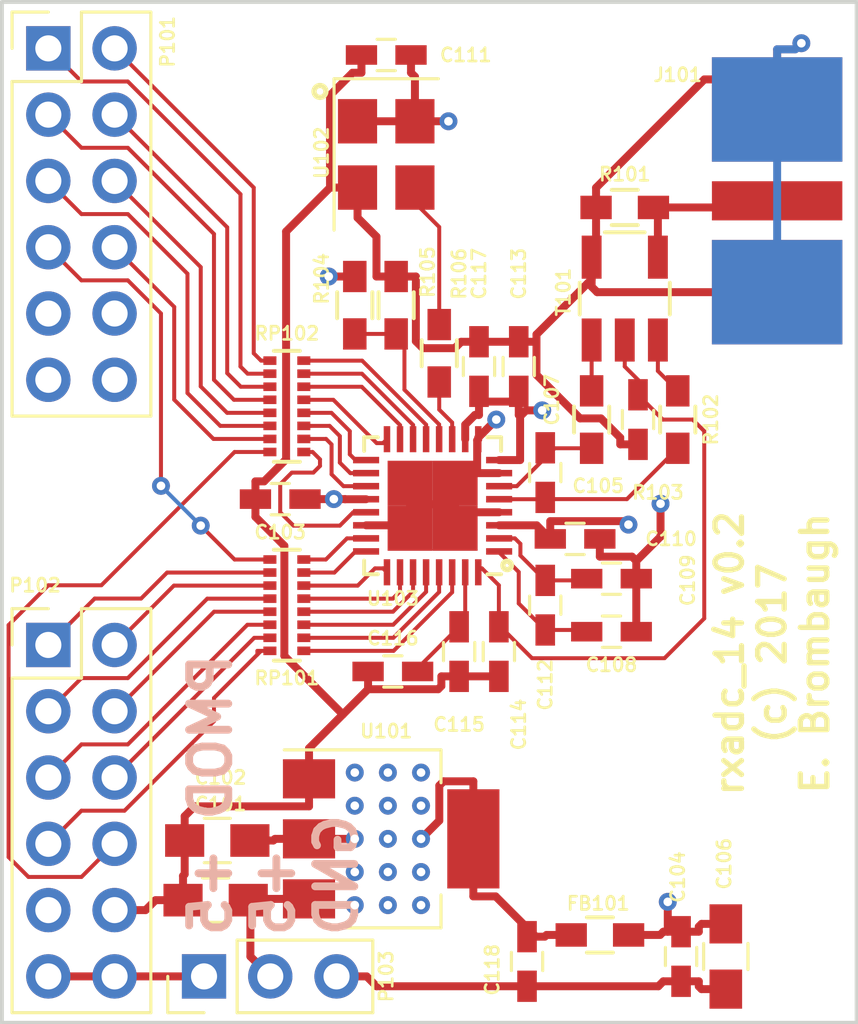
<source format=kicad_pcb>
(kicad_pcb (version 20171130) (host pcbnew "(5.1.12)-1")

  (general
    (thickness 1.6)
    (drawings 9)
    (tracks 497)
    (zones 0)
    (modules 51)
    (nets 52)
  )

  (page A4)
  (layers
    (0 F.Cu signal)
    (1 In1.Cu signal)
    (2 In2.Cu signal)
    (31 B.Cu signal)
    (32 B.Adhes user hide)
    (33 F.Adhes user hide)
    (34 B.Paste user hide)
    (35 F.Paste user hide)
    (36 B.SilkS user hide)
    (37 F.SilkS user hide)
    (38 B.Mask user hide)
    (39 F.Mask user hide)
    (40 Dwgs.User user hide)
    (41 Cmts.User user hide)
    (42 Eco1.User user hide)
    (43 Eco2.User user hide)
    (44 Edge.Cuts user)
    (45 Margin user hide)
    (46 B.CrtYd user hide)
    (47 F.CrtYd user hide)
    (48 B.Fab user hide)
    (49 F.Fab user hide)
  )

  (setup
    (last_trace_width 0.1524)
    (trace_clearance 0.1524)
    (zone_clearance 0.3048)
    (zone_45_only no)
    (trace_min 0.1524)
    (via_size 0.6858)
    (via_drill 0.3302)
    (via_min_size 0.6858)
    (via_min_drill 0.3302)
    (uvia_size 0.3)
    (uvia_drill 0.1)
    (uvias_allowed no)
    (uvia_min_size 0)
    (uvia_min_drill 0)
    (edge_width 0.15)
    (segment_width 0.2)
    (pcb_text_width 0.3)
    (pcb_text_size 1.5 1.5)
    (mod_edge_width 0.15)
    (mod_text_size 0.508 0.508)
    (mod_text_width 0.1016)
    (pad_size 0.6858 0.6858)
    (pad_drill 0.3302)
    (pad_to_mask_clearance 0.2)
    (aux_axis_origin 0 0)
    (visible_elements 7FFFFFFF)
    (pcbplotparams
      (layerselection 0x010fc_80000007)
      (usegerberextensions false)
      (usegerberattributes true)
      (usegerberadvancedattributes true)
      (creategerberjobfile true)
      (excludeedgelayer true)
      (linewidth 0.100000)
      (plotframeref false)
      (viasonmask false)
      (mode 1)
      (useauxorigin false)
      (hpglpennumber 1)
      (hpglpenspeed 20)
      (hpglpendiameter 15.000000)
      (psnegative false)
      (psa4output false)
      (plotreference true)
      (plotvalue true)
      (plotinvisibletext false)
      (padsonsilk false)
      (subtractmaskfromsilk false)
      (outputformat 1)
      (mirror false)
      (drillshape 0)
      (scaleselection 1)
      (outputdirectory "gerber/"))
  )

  (net 0 "")
  (net 1 +5V)
  (net 2 GND)
  (net 3 +3V3)
  (net 4 +3.3VADC)
  (net 5 "Net-(C105-Pad2)")
  (net 6 "Net-(C107-Pad1)")
  (net 7 "Net-(C107-Pad2)")
  (net 8 "Net-(C108-Pad2)")
  (net 9 "Net-(C109-Pad2)")
  (net 10 "Net-(C115-Pad2)")
  (net 11 "Net-(J101-Pad1)")
  (net 12 "Net-(P101-Pad1)")
  (net 13 "Net-(P101-Pad2)")
  (net 14 "Net-(P101-Pad3)")
  (net 15 "Net-(P101-Pad4)")
  (net 16 "Net-(P101-Pad5)")
  (net 17 "Net-(P101-Pad6)")
  (net 18 "Net-(P101-Pad7)")
  (net 19 "Net-(P101-Pad8)")
  (net 20 "Net-(P102-Pad1)")
  (net 21 "Net-(P102-Pad2)")
  (net 22 "Net-(P102-Pad3)")
  (net 23 "Net-(P102-Pad4)")
  (net 24 "Net-(P102-Pad5)")
  (net 25 "Net-(P102-Pad6)")
  (net 26 "Net-(P102-Pad7)")
  (net 27 "Net-(P102-Pad8)")
  (net 28 "Net-(R102-Pad1)")
  (net 29 "Net-(R103-Pad1)")
  (net 30 "Net-(R104-Pad2)")
  (net 31 "Net-(R106-Pad1)")
  (net 32 "Net-(R106-Pad2)")
  (net 33 "Net-(RP101-Pad1)")
  (net 34 "Net-(RP101-Pad8)")
  (net 35 "Net-(RP101-Pad2)")
  (net 36 "Net-(RP101-Pad3)")
  (net 37 "Net-(RP101-Pad4)")
  (net 38 "Net-(RP101-Pad5)")
  (net 39 "Net-(RP101-Pad6)")
  (net 40 "Net-(RP101-Pad7)")
  (net 41 "Net-(RP102-Pad1)")
  (net 42 "Net-(RP102-Pad8)")
  (net 43 "Net-(RP102-Pad2)")
  (net 44 "Net-(RP102-Pad3)")
  (net 45 "Net-(RP102-Pad4)")
  (net 46 "Net-(RP102-Pad5)")
  (net 47 "Net-(RP102-Pad6)")
  (net 48 "Net-(RP102-Pad7)")
  (net 49 "Net-(P101-Pad11)")
  (net 50 "Net-(P101-Pad12)")
  (net 51 "Net-(P102-Pad11)")

  (net_class Default "This is the default net class."
    (clearance 0.1524)
    (trace_width 0.1524)
    (via_dia 0.6858)
    (via_drill 0.3302)
    (uvia_dia 0.3)
    (uvia_drill 0.1)
    (add_net "Net-(C105-Pad2)")
    (add_net "Net-(C107-Pad1)")
    (add_net "Net-(C107-Pad2)")
    (add_net "Net-(C108-Pad2)")
    (add_net "Net-(C109-Pad2)")
    (add_net "Net-(C115-Pad2)")
    (add_net "Net-(P101-Pad1)")
    (add_net "Net-(P101-Pad12)")
    (add_net "Net-(P101-Pad2)")
    (add_net "Net-(P101-Pad3)")
    (add_net "Net-(P101-Pad4)")
    (add_net "Net-(P101-Pad5)")
    (add_net "Net-(P101-Pad6)")
    (add_net "Net-(P101-Pad7)")
    (add_net "Net-(P101-Pad8)")
    (add_net "Net-(P102-Pad1)")
    (add_net "Net-(P102-Pad11)")
    (add_net "Net-(P102-Pad2)")
    (add_net "Net-(P102-Pad3)")
    (add_net "Net-(P102-Pad4)")
    (add_net "Net-(P102-Pad5)")
    (add_net "Net-(P102-Pad6)")
    (add_net "Net-(P102-Pad7)")
    (add_net "Net-(P102-Pad8)")
    (add_net "Net-(R102-Pad1)")
    (add_net "Net-(R103-Pad1)")
    (add_net "Net-(R104-Pad2)")
    (add_net "Net-(R106-Pad1)")
    (add_net "Net-(R106-Pad2)")
    (add_net "Net-(RP101-Pad1)")
    (add_net "Net-(RP101-Pad2)")
    (add_net "Net-(RP101-Pad3)")
    (add_net "Net-(RP101-Pad4)")
    (add_net "Net-(RP101-Pad5)")
    (add_net "Net-(RP101-Pad6)")
    (add_net "Net-(RP101-Pad7)")
    (add_net "Net-(RP101-Pad8)")
    (add_net "Net-(RP102-Pad1)")
    (add_net "Net-(RP102-Pad2)")
    (add_net "Net-(RP102-Pad3)")
    (add_net "Net-(RP102-Pad4)")
    (add_net "Net-(RP102-Pad5)")
    (add_net "Net-(RP102-Pad6)")
    (add_net "Net-(RP102-Pad7)")
    (add_net "Net-(RP102-Pad8)")
  )

  (net_class 50ohm ""
    (clearance 0.1524)
    (trace_width 0.3048)
    (via_dia 0.6858)
    (via_drill 0.3302)
    (uvia_dia 0.3)
    (uvia_drill 0.1)
    (add_net +3.3VADC)
    (add_net +3V3)
    (add_net +5V)
    (add_net GND)
    (add_net "Net-(J101-Pad1)")
    (add_net "Net-(P101-Pad11)")
  )

  (module footprints:stitch_via (layer F.Cu) (tedit 58826A8E) (tstamp 58826AD3)
    (at 145.606 116.65)
    (fp_text reference REF**11135 (at 0 1.016) (layer F.SilkS) hide
      (effects (font (size 0.508 0.508) (thickness 0.1016)))
    )
    (fp_text value stitch_via (at 0.0508 -0.762) (layer F.Fab) hide
      (effects (font (size 1 1) (thickness 0.15)))
    )
    (pad 1 thru_hole circle (at 0 0) (size 0.6858 0.6858) (drill 0.3302) (layers *.Cu)
      (net 3 +3V3) (zone_connect 2))
  )

  (module footprints:stitch_via (layer F.Cu) (tedit 58826A8E) (tstamp 58826ACF)
    (at 144.336 116.65)
    (fp_text reference REF**11125 (at 0 1.016) (layer F.SilkS) hide
      (effects (font (size 0.508 0.508) (thickness 0.1016)))
    )
    (fp_text value stitch_via (at 0.0508 -0.762) (layer F.Fab) hide
      (effects (font (size 1 1) (thickness 0.15)))
    )
    (pad 1 thru_hole circle (at 0 0) (size 0.6858 0.6858) (drill 0.3302) (layers *.Cu)
      (net 3 +3V3) (zone_connect 2))
  )

  (module footprints:stitch_via (layer F.Cu) (tedit 58826A8E) (tstamp 58826ACB)
    (at 143.066 116.65)
    (fp_text reference REF**11115 (at 0 1.016) (layer F.SilkS) hide
      (effects (font (size 0.508 0.508) (thickness 0.1016)))
    )
    (fp_text value stitch_via (at 0.0508 -0.762) (layer F.Fab) hide
      (effects (font (size 1 1) (thickness 0.15)))
    )
    (pad 1 thru_hole circle (at 0 0) (size 0.6858 0.6858) (drill 0.3302) (layers *.Cu)
      (net 3 +3V3) (zone_connect 2))
  )

  (module footprints:stitch_via (layer F.Cu) (tedit 58826A8E) (tstamp 58826AC7)
    (at 145.606 115.38)
    (fp_text reference REF**11134 (at 0 1.016) (layer F.SilkS) hide
      (effects (font (size 0.508 0.508) (thickness 0.1016)))
    )
    (fp_text value stitch_via (at 0.0508 -0.762) (layer F.Fab) hide
      (effects (font (size 1 1) (thickness 0.15)))
    )
    (pad 1 thru_hole circle (at 0 0) (size 0.6858 0.6858) (drill 0.3302) (layers *.Cu)
      (net 3 +3V3) (zone_connect 2))
  )

  (module footprints:stitch_via (layer F.Cu) (tedit 58826A8E) (tstamp 58826AC3)
    (at 144.336 115.38)
    (fp_text reference REF**11124 (at 0 1.016) (layer F.SilkS) hide
      (effects (font (size 0.508 0.508) (thickness 0.1016)))
    )
    (fp_text value stitch_via (at 0.0508 -0.762) (layer F.Fab) hide
      (effects (font (size 1 1) (thickness 0.15)))
    )
    (pad 1 thru_hole circle (at 0 0) (size 0.6858 0.6858) (drill 0.3302) (layers *.Cu)
      (net 3 +3V3) (zone_connect 2))
  )

  (module footprints:stitch_via (layer F.Cu) (tedit 58826A8E) (tstamp 58826ABF)
    (at 143.066 115.38)
    (fp_text reference REF**11114 (at 0 1.016) (layer F.SilkS) hide
      (effects (font (size 0.508 0.508) (thickness 0.1016)))
    )
    (fp_text value stitch_via (at 0.0508 -0.762) (layer F.Fab) hide
      (effects (font (size 1 1) (thickness 0.15)))
    )
    (pad 1 thru_hole circle (at 0 0) (size 0.6858 0.6858) (drill 0.3302) (layers *.Cu)
      (net 3 +3V3) (zone_connect 2))
  )

  (module footprints:stitch_via (layer F.Cu) (tedit 58826A8E) (tstamp 58826ABB)
    (at 145.606 114.11)
    (fp_text reference REF**11133 (at 0 1.016) (layer F.SilkS) hide
      (effects (font (size 0.508 0.508) (thickness 0.1016)))
    )
    (fp_text value stitch_via (at 0.0508 -0.762) (layer F.Fab) hide
      (effects (font (size 1 1) (thickness 0.15)))
    )
    (pad 1 thru_hole circle (at 0 0) (size 0.6858 0.6858) (drill 0.3302) (layers *.Cu)
      (net 3 +3V3) (zone_connect 2))
  )

  (module footprints:stitch_via (layer F.Cu) (tedit 58826A8E) (tstamp 58826AB7)
    (at 144.336 114.11)
    (fp_text reference REF**11123 (at 0 1.016) (layer F.SilkS) hide
      (effects (font (size 0.508 0.508) (thickness 0.1016)))
    )
    (fp_text value stitch_via (at 0.0508 -0.762) (layer F.Fab) hide
      (effects (font (size 1 1) (thickness 0.15)))
    )
    (pad 1 thru_hole circle (at 0 0) (size 0.6858 0.6858) (drill 0.3302) (layers *.Cu)
      (net 3 +3V3) (zone_connect 2))
  )

  (module footprints:stitch_via (layer F.Cu) (tedit 58826A8E) (tstamp 58826AB3)
    (at 143.066 114.11)
    (fp_text reference REF**11113 (at 0 1.016) (layer F.SilkS) hide
      (effects (font (size 0.508 0.508) (thickness 0.1016)))
    )
    (fp_text value stitch_via (at 0.0508 -0.762) (layer F.Fab) hide
      (effects (font (size 1 1) (thickness 0.15)))
    )
    (pad 1 thru_hole circle (at 0 0) (size 0.6858 0.6858) (drill 0.3302) (layers *.Cu)
      (net 3 +3V3) (zone_connect 2))
  )

  (module footprints:stitch_via (layer F.Cu) (tedit 58826A8E) (tstamp 58826AAF)
    (at 145.606 112.84)
    (fp_text reference REF**11132 (at 0 1.016) (layer F.SilkS) hide
      (effects (font (size 0.508 0.508) (thickness 0.1016)))
    )
    (fp_text value stitch_via (at 0.0508 -0.762) (layer F.Fab) hide
      (effects (font (size 1 1) (thickness 0.15)))
    )
    (pad 1 thru_hole circle (at 0 0) (size 0.6858 0.6858) (drill 0.3302) (layers *.Cu)
      (net 3 +3V3) (zone_connect 2))
  )

  (module footprints:stitch_via (layer F.Cu) (tedit 58826A8E) (tstamp 58826AAB)
    (at 144.336 112.84)
    (fp_text reference REF**11122 (at 0 1.016) (layer F.SilkS) hide
      (effects (font (size 0.508 0.508) (thickness 0.1016)))
    )
    (fp_text value stitch_via (at 0.0508 -0.762) (layer F.Fab) hide
      (effects (font (size 1 1) (thickness 0.15)))
    )
    (pad 1 thru_hole circle (at 0 0) (size 0.6858 0.6858) (drill 0.3302) (layers *.Cu)
      (net 3 +3V3) (zone_connect 2))
  )

  (module footprints:stitch_via (layer F.Cu) (tedit 58826A8E) (tstamp 58826AA7)
    (at 143.066 112.84)
    (fp_text reference REF**11112 (at 0 1.016) (layer F.SilkS) hide
      (effects (font (size 0.508 0.508) (thickness 0.1016)))
    )
    (fp_text value stitch_via (at 0.0508 -0.762) (layer F.Fab) hide
      (effects (font (size 1 1) (thickness 0.15)))
    )
    (pad 1 thru_hole circle (at 0 0) (size 0.6858 0.6858) (drill 0.3302) (layers *.Cu)
      (net 3 +3V3) (zone_connect 2))
  )

  (module footprints:stitch_via (layer F.Cu) (tedit 58826A8E) (tstamp 58826AA3)
    (at 145.606 111.57)
    (fp_text reference REF**11131 (at 0 1.016) (layer F.SilkS) hide
      (effects (font (size 0.508 0.508) (thickness 0.1016)))
    )
    (fp_text value stitch_via (at 0.0508 -0.762) (layer F.Fab) hide
      (effects (font (size 1 1) (thickness 0.15)))
    )
    (pad 1 thru_hole circle (at 0 0) (size 0.6858 0.6858) (drill 0.3302) (layers *.Cu)
      (net 3 +3V3) (zone_connect 2))
  )

  (module footprints:stitch_via (layer F.Cu) (tedit 58826A8E) (tstamp 58826A9F)
    (at 144.336 111.57)
    (fp_text reference REF**11121 (at 0 1.016) (layer F.SilkS) hide
      (effects (font (size 0.508 0.508) (thickness 0.1016)))
    )
    (fp_text value stitch_via (at 0.0508 -0.762) (layer F.Fab) hide
      (effects (font (size 1 1) (thickness 0.15)))
    )
    (pad 1 thru_hole circle (at 0 0) (size 0.6858 0.6858) (drill 0.3302) (layers *.Cu)
      (net 3 +3V3) (zone_connect 2))
  )

  (module Capacitors_SMD:C_0805_HandSoldering (layer F.Cu) (tedit 5882706B) (tstamp 58815F34)
    (at 137.732 116.459 180)
    (descr "Capacitor SMD 0805, hand soldering")
    (tags "capacitor 0805")
    (path /586C528A)
    (attr smd)
    (fp_text reference C101 (at -0.1905 3.683 180) (layer F.SilkS)
      (effects (font (size 0.508 0.508) (thickness 0.1016)))
    )
    (fp_text value 10uf (at 0 2.1 180) (layer F.Fab)
      (effects (font (size 1 1) (thickness 0.15)))
    )
    (fp_line (start -1 0.625) (end -1 -0.625) (layer F.Fab) (width 0.1))
    (fp_line (start 1 0.625) (end -1 0.625) (layer F.Fab) (width 0.1))
    (fp_line (start 1 -0.625) (end 1 0.625) (layer F.Fab) (width 0.1))
    (fp_line (start -1 -0.625) (end 1 -0.625) (layer F.Fab) (width 0.1))
    (fp_line (start -2.3 -1) (end 2.3 -1) (layer F.CrtYd) (width 0.05))
    (fp_line (start -2.3 1) (end 2.3 1) (layer F.CrtYd) (width 0.05))
    (fp_line (start -2.3 -1) (end -2.3 1) (layer F.CrtYd) (width 0.05))
    (fp_line (start 2.3 -1) (end 2.3 1) (layer F.CrtYd) (width 0.05))
    (fp_line (start 0.5 -0.85) (end -0.5 -0.85) (layer F.SilkS) (width 0.12))
    (fp_line (start -0.5 0.85) (end 0.5 0.85) (layer F.SilkS) (width 0.12))
    (pad 1 smd rect (at -1.25 0 180) (size 1.5 1.25) (layers F.Cu F.Paste F.Mask)
      (net 1 +5V))
    (pad 2 smd rect (at 1.25 0 180) (size 1.5 1.25) (layers F.Cu F.Paste F.Mask)
      (net 2 GND))
    (model Capacitors_SMD.3dshapes/C_0805_HandSoldering.wrl
      (at (xyz 0 0 0))
      (scale (xyz 1 1 1))
      (rotate (xyz 0 0 0))
    )
  )

  (module Capacitors_SMD:C_0805_HandSoldering (layer F.Cu) (tedit 5882706F) (tstamp 58815F44)
    (at 137.795 114.173 180)
    (descr "Capacitor SMD 0805, hand soldering")
    (tags "capacitor 0805")
    (path /586C5718)
    (attr smd)
    (fp_text reference C102 (at -0.127 2.413 180) (layer F.SilkS)
      (effects (font (size 0.508 0.508) (thickness 0.1016)))
    )
    (fp_text value 10uf (at 0 2.1 180) (layer F.Fab)
      (effects (font (size 1 1) (thickness 0.15)))
    )
    (fp_line (start -1 0.625) (end -1 -0.625) (layer F.Fab) (width 0.1))
    (fp_line (start 1 0.625) (end -1 0.625) (layer F.Fab) (width 0.1))
    (fp_line (start 1 -0.625) (end 1 0.625) (layer F.Fab) (width 0.1))
    (fp_line (start -1 -0.625) (end 1 -0.625) (layer F.Fab) (width 0.1))
    (fp_line (start -2.3 -1) (end 2.3 -1) (layer F.CrtYd) (width 0.05))
    (fp_line (start -2.3 1) (end 2.3 1) (layer F.CrtYd) (width 0.05))
    (fp_line (start -2.3 -1) (end -2.3 1) (layer F.CrtYd) (width 0.05))
    (fp_line (start 2.3 -1) (end 2.3 1) (layer F.CrtYd) (width 0.05))
    (fp_line (start 0.5 -0.85) (end -0.5 -0.85) (layer F.SilkS) (width 0.12))
    (fp_line (start -0.5 0.85) (end 0.5 0.85) (layer F.SilkS) (width 0.12))
    (pad 1 smd rect (at -1.25 0 180) (size 1.5 1.25) (layers F.Cu F.Paste F.Mask)
      (net 3 +3V3))
    (pad 2 smd rect (at 1.25 0 180) (size 1.5 1.25) (layers F.Cu F.Paste F.Mask)
      (net 2 GND))
    (model Capacitors_SMD.3dshapes/C_0805_HandSoldering.wrl
      (at (xyz 0 0 0))
      (scale (xyz 1 1 1))
      (rotate (xyz 0 0 0))
    )
  )

  (module Capacitors_SMD:C_0603_HandSoldering (layer F.Cu) (tedit 58826F4E) (tstamp 58815F54)
    (at 140.208 101.092 180)
    (descr "Capacitor SMD 0603, hand soldering")
    (tags "capacitor 0603")
    (path /58819F2A)
    (attr smd)
    (fp_text reference C103 (at 0 -1.27 180) (layer F.SilkS)
      (effects (font (size 0.508 0.508) (thickness 0.1016)))
    )
    (fp_text value 0.1uf (at 0 1.9 180) (layer F.Fab)
      (effects (font (size 1 1) (thickness 0.15)))
    )
    (fp_line (start -0.8 0.4) (end -0.8 -0.4) (layer F.Fab) (width 0.1))
    (fp_line (start 0.8 0.4) (end -0.8 0.4) (layer F.Fab) (width 0.1))
    (fp_line (start 0.8 -0.4) (end 0.8 0.4) (layer F.Fab) (width 0.1))
    (fp_line (start -0.8 -0.4) (end 0.8 -0.4) (layer F.Fab) (width 0.1))
    (fp_line (start -1.85 -0.75) (end 1.85 -0.75) (layer F.CrtYd) (width 0.05))
    (fp_line (start -1.85 0.75) (end 1.85 0.75) (layer F.CrtYd) (width 0.05))
    (fp_line (start -1.85 -0.75) (end -1.85 0.75) (layer F.CrtYd) (width 0.05))
    (fp_line (start 1.85 -0.75) (end 1.85 0.75) (layer F.CrtYd) (width 0.05))
    (fp_line (start -0.35 -0.6) (end 0.35 -0.6) (layer F.SilkS) (width 0.12))
    (fp_line (start 0.35 0.6) (end -0.35 0.6) (layer F.SilkS) (width 0.12))
    (pad 1 smd rect (at -0.95 0 180) (size 1.2 0.75) (layers F.Cu F.Paste F.Mask)
      (net 3 +3V3))
    (pad 2 smd rect (at 0.95 0 180) (size 1.2 0.75) (layers F.Cu F.Paste F.Mask)
      (net 2 GND))
    (model Capacitors_SMD.3dshapes/C_0603_HandSoldering.wrl
      (at (xyz 0 0 0))
      (scale (xyz 1 1 1))
      (rotate (xyz 0 0 0))
    )
  )

  (module Capacitors_SMD:C_0603_HandSoldering (layer F.Cu) (tedit 5882708A) (tstamp 58815F64)
    (at 155.575 118.618 270)
    (descr "Capacitor SMD 0603, hand soldering")
    (tags "capacitor 0603")
    (path /58819F9B)
    (attr smd)
    (fp_text reference C104 (at -3.048 0.127 270) (layer F.SilkS)
      (effects (font (size 0.508 0.508) (thickness 0.1016)))
    )
    (fp_text value 0.1uf (at 0 1.9 270) (layer F.Fab)
      (effects (font (size 1 1) (thickness 0.15)))
    )
    (fp_line (start -0.8 0.4) (end -0.8 -0.4) (layer F.Fab) (width 0.1))
    (fp_line (start 0.8 0.4) (end -0.8 0.4) (layer F.Fab) (width 0.1))
    (fp_line (start 0.8 -0.4) (end 0.8 0.4) (layer F.Fab) (width 0.1))
    (fp_line (start -0.8 -0.4) (end 0.8 -0.4) (layer F.Fab) (width 0.1))
    (fp_line (start -1.85 -0.75) (end 1.85 -0.75) (layer F.CrtYd) (width 0.05))
    (fp_line (start -1.85 0.75) (end 1.85 0.75) (layer F.CrtYd) (width 0.05))
    (fp_line (start -1.85 -0.75) (end -1.85 0.75) (layer F.CrtYd) (width 0.05))
    (fp_line (start 1.85 -0.75) (end 1.85 0.75) (layer F.CrtYd) (width 0.05))
    (fp_line (start -0.35 -0.6) (end 0.35 -0.6) (layer F.SilkS) (width 0.12))
    (fp_line (start 0.35 0.6) (end -0.35 0.6) (layer F.SilkS) (width 0.12))
    (pad 1 smd rect (at -0.95 0 270) (size 1.2 0.75) (layers F.Cu F.Paste F.Mask)
      (net 4 +3.3VADC))
    (pad 2 smd rect (at 0.95 0 270) (size 1.2 0.75) (layers F.Cu F.Paste F.Mask)
      (net 2 GND))
    (model Capacitors_SMD.3dshapes/C_0603_HandSoldering.wrl
      (at (xyz 0 0 0))
      (scale (xyz 1 1 1))
      (rotate (xyz 0 0 0))
    )
  )

  (module Capacitors_SMD:C_0603_HandSoldering (layer F.Cu) (tedit 58826FEA) (tstamp 58815F74)
    (at 153.924 98.044 90)
    (descr "Capacitor SMD 0603, hand soldering")
    (tags "capacitor 0603")
    (path /587E8067)
    (attr smd)
    (fp_text reference C105 (at -2.54 -1.524) (layer F.SilkS)
      (effects (font (size 0.508 0.508) (thickness 0.1016)))
    )
    (fp_text value 0.1uf (at 0 1.9 90) (layer F.Fab)
      (effects (font (size 1 1) (thickness 0.15)))
    )
    (fp_line (start -0.8 0.4) (end -0.8 -0.4) (layer F.Fab) (width 0.1))
    (fp_line (start 0.8 0.4) (end -0.8 0.4) (layer F.Fab) (width 0.1))
    (fp_line (start 0.8 -0.4) (end 0.8 0.4) (layer F.Fab) (width 0.1))
    (fp_line (start -0.8 -0.4) (end 0.8 -0.4) (layer F.Fab) (width 0.1))
    (fp_line (start -1.85 -0.75) (end 1.85 -0.75) (layer F.CrtYd) (width 0.05))
    (fp_line (start -1.85 0.75) (end 1.85 0.75) (layer F.CrtYd) (width 0.05))
    (fp_line (start -1.85 -0.75) (end -1.85 0.75) (layer F.CrtYd) (width 0.05))
    (fp_line (start 1.85 -0.75) (end 1.85 0.75) (layer F.CrtYd) (width 0.05))
    (fp_line (start -0.35 -0.6) (end 0.35 -0.6) (layer F.SilkS) (width 0.12))
    (fp_line (start 0.35 0.6) (end -0.35 0.6) (layer F.SilkS) (width 0.12))
    (pad 1 smd rect (at -0.95 0 90) (size 1.2 0.75) (layers F.Cu F.Paste F.Mask)
      (net 2 GND))
    (pad 2 smd rect (at 0.95 0 90) (size 1.2 0.75) (layers F.Cu F.Paste F.Mask)
      (net 5 "Net-(C105-Pad2)"))
    (model Capacitors_SMD.3dshapes/C_0603_HandSoldering.wrl
      (at (xyz 0 0 0))
      (scale (xyz 1 1 1))
      (rotate (xyz 0 0 0))
    )
  )

  (module Capacitors_SMD:C_0805_HandSoldering (layer F.Cu) (tedit 5882708D) (tstamp 58815F84)
    (at 157.29 118.618 270)
    (descr "Capacitor SMD 0805, hand soldering")
    (tags "capacitor 0805")
    (path /5881A58C)
    (attr smd)
    (fp_text reference C106 (at -3.556 0.0635 270) (layer F.SilkS)
      (effects (font (size 0.508 0.508) (thickness 0.1016)))
    )
    (fp_text value 10uf (at 0 2.1 270) (layer F.Fab)
      (effects (font (size 1 1) (thickness 0.15)))
    )
    (fp_line (start -1 0.625) (end -1 -0.625) (layer F.Fab) (width 0.1))
    (fp_line (start 1 0.625) (end -1 0.625) (layer F.Fab) (width 0.1))
    (fp_line (start 1 -0.625) (end 1 0.625) (layer F.Fab) (width 0.1))
    (fp_line (start -1 -0.625) (end 1 -0.625) (layer F.Fab) (width 0.1))
    (fp_line (start -2.3 -1) (end 2.3 -1) (layer F.CrtYd) (width 0.05))
    (fp_line (start -2.3 1) (end 2.3 1) (layer F.CrtYd) (width 0.05))
    (fp_line (start -2.3 -1) (end -2.3 1) (layer F.CrtYd) (width 0.05))
    (fp_line (start 2.3 -1) (end 2.3 1) (layer F.CrtYd) (width 0.05))
    (fp_line (start 0.5 -0.85) (end -0.5 -0.85) (layer F.SilkS) (width 0.12))
    (fp_line (start -0.5 0.85) (end 0.5 0.85) (layer F.SilkS) (width 0.12))
    (pad 1 smd rect (at -1.25 0 270) (size 1.5 1.25) (layers F.Cu F.Paste F.Mask)
      (net 4 +3.3VADC))
    (pad 2 smd rect (at 1.25 0 270) (size 1.5 1.25) (layers F.Cu F.Paste F.Mask)
      (net 2 GND))
    (model Capacitors_SMD.3dshapes/C_0805_HandSoldering.wrl
      (at (xyz 0 0 0))
      (scale (xyz 1 1 1))
      (rotate (xyz 0 0 0))
    )
  )

  (module Capacitors_SMD:C_0603_HandSoldering (layer F.Cu) (tedit 58826FBC) (tstamp 58815F94)
    (at 150.368 100.076 90)
    (descr "Capacitor SMD 0603, hand soldering")
    (tags "capacitor 0603")
    (path /587E6DD1)
    (attr smd)
    (fp_text reference C107 (at 2.794 0.254 90) (layer F.SilkS)
      (effects (font (size 0.508 0.508) (thickness 0.1016)))
    )
    (fp_text value 18pf (at 0 1.9 90) (layer F.Fab)
      (effects (font (size 1 1) (thickness 0.15)))
    )
    (fp_line (start -0.8 0.4) (end -0.8 -0.4) (layer F.Fab) (width 0.1))
    (fp_line (start 0.8 0.4) (end -0.8 0.4) (layer F.Fab) (width 0.1))
    (fp_line (start 0.8 -0.4) (end 0.8 0.4) (layer F.Fab) (width 0.1))
    (fp_line (start -0.8 -0.4) (end 0.8 -0.4) (layer F.Fab) (width 0.1))
    (fp_line (start -1.85 -0.75) (end 1.85 -0.75) (layer F.CrtYd) (width 0.05))
    (fp_line (start -1.85 0.75) (end 1.85 0.75) (layer F.CrtYd) (width 0.05))
    (fp_line (start -1.85 -0.75) (end -1.85 0.75) (layer F.CrtYd) (width 0.05))
    (fp_line (start 1.85 -0.75) (end 1.85 0.75) (layer F.CrtYd) (width 0.05))
    (fp_line (start -0.35 -0.6) (end 0.35 -0.6) (layer F.SilkS) (width 0.12))
    (fp_line (start 0.35 0.6) (end -0.35 0.6) (layer F.SilkS) (width 0.12))
    (pad 1 smd rect (at -0.95 0 90) (size 1.2 0.75) (layers F.Cu F.Paste F.Mask)
      (net 6 "Net-(C107-Pad1)"))
    (pad 2 smd rect (at 0.95 0 90) (size 1.2 0.75) (layers F.Cu F.Paste F.Mask)
      (net 7 "Net-(C107-Pad2)"))
    (model Capacitors_SMD.3dshapes/C_0603_HandSoldering.wrl
      (at (xyz 0 0 0))
      (scale (xyz 1 1 1))
      (rotate (xyz 0 0 0))
    )
  )

  (module Capacitors_SMD:C_0603_HandSoldering (layer F.Cu) (tedit 58827001) (tstamp 58815FA4)
    (at 152.908 106.172 180)
    (descr "Capacitor SMD 0603, hand soldering")
    (tags "capacitor 0603")
    (path /5881069F)
    (attr smd)
    (fp_text reference C108 (at 0 -1.27 180) (layer F.SilkS)
      (effects (font (size 0.508 0.508) (thickness 0.1016)))
    )
    (fp_text value 0.1uf (at 0 1.9 180) (layer F.Fab)
      (effects (font (size 1 1) (thickness 0.15)))
    )
    (fp_line (start -0.8 0.4) (end -0.8 -0.4) (layer F.Fab) (width 0.1))
    (fp_line (start 0.8 0.4) (end -0.8 0.4) (layer F.Fab) (width 0.1))
    (fp_line (start 0.8 -0.4) (end 0.8 0.4) (layer F.Fab) (width 0.1))
    (fp_line (start -0.8 -0.4) (end 0.8 -0.4) (layer F.Fab) (width 0.1))
    (fp_line (start -1.85 -0.75) (end 1.85 -0.75) (layer F.CrtYd) (width 0.05))
    (fp_line (start -1.85 0.75) (end 1.85 0.75) (layer F.CrtYd) (width 0.05))
    (fp_line (start -1.85 -0.75) (end -1.85 0.75) (layer F.CrtYd) (width 0.05))
    (fp_line (start 1.85 -0.75) (end 1.85 0.75) (layer F.CrtYd) (width 0.05))
    (fp_line (start -0.35 -0.6) (end 0.35 -0.6) (layer F.SilkS) (width 0.12))
    (fp_line (start 0.35 0.6) (end -0.35 0.6) (layer F.SilkS) (width 0.12))
    (pad 1 smd rect (at -0.95 0 180) (size 1.2 0.75) (layers F.Cu F.Paste F.Mask)
      (net 2 GND))
    (pad 2 smd rect (at 0.95 0 180) (size 1.2 0.75) (layers F.Cu F.Paste F.Mask)
      (net 8 "Net-(C108-Pad2)"))
    (model Capacitors_SMD.3dshapes/C_0603_HandSoldering.wrl
      (at (xyz 0 0 0))
      (scale (xyz 1 1 1))
      (rotate (xyz 0 0 0))
    )
  )

  (module Capacitors_SMD:C_0603_HandSoldering (layer F.Cu) (tedit 5) (tstamp 58815FB4)
    (at 152.908 104.14 180)
    (descr "Capacitor SMD 0603, hand soldering")
    (tags "capacitor 0603")
    (path /5881076E)
    (attr smd)
    (fp_text reference C109 (at -2.921 -0.0635 270) (layer F.SilkS)
      (effects (font (size 0.508 0.508) (thickness 0.1016)))
    )
    (fp_text value 0.1uf (at 0 1.9 180) (layer F.Fab)
      (effects (font (size 1 1) (thickness 0.15)))
    )
    (fp_line (start -0.8 0.4) (end -0.8 -0.4) (layer F.Fab) (width 0.1))
    (fp_line (start 0.8 0.4) (end -0.8 0.4) (layer F.Fab) (width 0.1))
    (fp_line (start 0.8 -0.4) (end 0.8 0.4) (layer F.Fab) (width 0.1))
    (fp_line (start -0.8 -0.4) (end 0.8 -0.4) (layer F.Fab) (width 0.1))
    (fp_line (start -1.85 -0.75) (end 1.85 -0.75) (layer F.CrtYd) (width 0.05))
    (fp_line (start -1.85 0.75) (end 1.85 0.75) (layer F.CrtYd) (width 0.05))
    (fp_line (start -1.85 -0.75) (end -1.85 0.75) (layer F.CrtYd) (width 0.05))
    (fp_line (start 1.85 -0.75) (end 1.85 0.75) (layer F.CrtYd) (width 0.05))
    (fp_line (start -0.35 -0.6) (end 0.35 -0.6) (layer F.SilkS) (width 0.12))
    (fp_line (start 0.35 0.6) (end -0.35 0.6) (layer F.SilkS) (width 0.12))
    (pad 1 smd rect (at -0.95 0 180) (size 1.2 0.75) (layers F.Cu F.Paste F.Mask)
      (net 2 GND))
    (pad 2 smd rect (at 0.95 0 180) (size 1.2 0.75) (layers F.Cu F.Paste F.Mask)
      (net 9 "Net-(C109-Pad2)"))
    (model Capacitors_SMD.3dshapes/C_0603_HandSoldering.wrl
      (at (xyz 0 0 0))
      (scale (xyz 1 1 1))
      (rotate (xyz 0 0 0))
    )
  )

  (module Capacitors_SMD:C_0603_HandSoldering (layer F.Cu) (tedit 58828795) (tstamp 58815FC4)
    (at 151.511 102.616)
    (descr "Capacitor SMD 0603, hand soldering")
    (tags "capacitor 0603")
    (path /58810F4E)
    (attr smd)
    (fp_text reference C110 (at 3.683 0) (layer F.SilkS)
      (effects (font (size 0.508 0.508) (thickness 0.1016)))
    )
    (fp_text value 0.1uf (at 0 1.9) (layer F.Fab)
      (effects (font (size 1 1) (thickness 0.15)))
    )
    (fp_line (start -0.8 0.4) (end -0.8 -0.4) (layer F.Fab) (width 0.1))
    (fp_line (start 0.8 0.4) (end -0.8 0.4) (layer F.Fab) (width 0.1))
    (fp_line (start 0.8 -0.4) (end 0.8 0.4) (layer F.Fab) (width 0.1))
    (fp_line (start -0.8 -0.4) (end 0.8 -0.4) (layer F.Fab) (width 0.1))
    (fp_line (start -1.85 -0.75) (end 1.85 -0.75) (layer F.CrtYd) (width 0.05))
    (fp_line (start -1.85 0.75) (end 1.85 0.75) (layer F.CrtYd) (width 0.05))
    (fp_line (start -1.85 -0.75) (end -1.85 0.75) (layer F.CrtYd) (width 0.05))
    (fp_line (start 1.85 -0.75) (end 1.85 0.75) (layer F.CrtYd) (width 0.05))
    (fp_line (start -0.35 -0.6) (end 0.35 -0.6) (layer F.SilkS) (width 0.12))
    (fp_line (start 0.35 0.6) (end -0.35 0.6) (layer F.SilkS) (width 0.12))
    (pad 1 smd rect (at -0.95 0) (size 1.2 0.75) (layers F.Cu F.Paste F.Mask)
      (net 4 +3.3VADC))
    (pad 2 smd rect (at 0.95 0) (size 1.2 0.75) (layers F.Cu F.Paste F.Mask)
      (net 2 GND))
    (model Capacitors_SMD.3dshapes/C_0603_HandSoldering.wrl
      (at (xyz 0 0 0))
      (scale (xyz 1 1 1))
      (rotate (xyz 0 0 0))
    )
  )

  (module Capacitors_SMD:C_0603_HandSoldering (layer F.Cu) (tedit 58826F62) (tstamp 58815FD4)
    (at 144.272 84.074 180)
    (descr "Capacitor SMD 0603, hand soldering")
    (tags "capacitor 0603")
    (path /587F62A2)
    (attr smd)
    (fp_text reference C111 (at -3.048 0 180) (layer F.SilkS)
      (effects (font (size 0.508 0.508) (thickness 0.1016)))
    )
    (fp_text value 0.1uf (at 0 1.9 180) (layer F.Fab)
      (effects (font (size 1 1) (thickness 0.15)))
    )
    (fp_line (start -0.8 0.4) (end -0.8 -0.4) (layer F.Fab) (width 0.1))
    (fp_line (start 0.8 0.4) (end -0.8 0.4) (layer F.Fab) (width 0.1))
    (fp_line (start 0.8 -0.4) (end 0.8 0.4) (layer F.Fab) (width 0.1))
    (fp_line (start -0.8 -0.4) (end 0.8 -0.4) (layer F.Fab) (width 0.1))
    (fp_line (start -1.85 -0.75) (end 1.85 -0.75) (layer F.CrtYd) (width 0.05))
    (fp_line (start -1.85 0.75) (end 1.85 0.75) (layer F.CrtYd) (width 0.05))
    (fp_line (start -1.85 -0.75) (end -1.85 0.75) (layer F.CrtYd) (width 0.05))
    (fp_line (start 1.85 -0.75) (end 1.85 0.75) (layer F.CrtYd) (width 0.05))
    (fp_line (start -0.35 -0.6) (end 0.35 -0.6) (layer F.SilkS) (width 0.12))
    (fp_line (start 0.35 0.6) (end -0.35 0.6) (layer F.SilkS) (width 0.12))
    (pad 1 smd rect (at -0.95 0 180) (size 1.2 0.75) (layers F.Cu F.Paste F.Mask)
      (net 3 +3V3))
    (pad 2 smd rect (at 0.95 0 180) (size 1.2 0.75) (layers F.Cu F.Paste F.Mask)
      (net 2 GND))
    (model Capacitors_SMD.3dshapes/C_0603_HandSoldering.wrl
      (at (xyz 0 0 0))
      (scale (xyz 1 1 1))
      (rotate (xyz 0 0 0))
    )
  )

  (module Capacitors_SMD:C_0603_HandSoldering (layer F.Cu) (tedit 58827007) (tstamp 58815FE4)
    (at 150.368 105.156 90)
    (descr "Capacitor SMD 0603, hand soldering")
    (tags "capacitor 0603")
    (path /58810605)
    (attr smd)
    (fp_text reference C112 (at -3.048 0 90) (layer F.SilkS)
      (effects (font (size 0.508 0.508) (thickness 0.1016)))
    )
    (fp_text value 1uf (at 0 1.9 90) (layer F.Fab)
      (effects (font (size 1 1) (thickness 0.15)))
    )
    (fp_line (start -0.8 0.4) (end -0.8 -0.4) (layer F.Fab) (width 0.1))
    (fp_line (start 0.8 0.4) (end -0.8 0.4) (layer F.Fab) (width 0.1))
    (fp_line (start 0.8 -0.4) (end 0.8 0.4) (layer F.Fab) (width 0.1))
    (fp_line (start -0.8 -0.4) (end 0.8 -0.4) (layer F.Fab) (width 0.1))
    (fp_line (start -1.85 -0.75) (end 1.85 -0.75) (layer F.CrtYd) (width 0.05))
    (fp_line (start -1.85 0.75) (end 1.85 0.75) (layer F.CrtYd) (width 0.05))
    (fp_line (start -1.85 -0.75) (end -1.85 0.75) (layer F.CrtYd) (width 0.05))
    (fp_line (start 1.85 -0.75) (end 1.85 0.75) (layer F.CrtYd) (width 0.05))
    (fp_line (start -0.35 -0.6) (end 0.35 -0.6) (layer F.SilkS) (width 0.12))
    (fp_line (start 0.35 0.6) (end -0.35 0.6) (layer F.SilkS) (width 0.12))
    (pad 1 smd rect (at -0.95 0 90) (size 1.2 0.75) (layers F.Cu F.Paste F.Mask)
      (net 8 "Net-(C108-Pad2)"))
    (pad 2 smd rect (at 0.95 0 90) (size 1.2 0.75) (layers F.Cu F.Paste F.Mask)
      (net 9 "Net-(C109-Pad2)"))
    (model Capacitors_SMD.3dshapes/C_0603_HandSoldering.wrl
      (at (xyz 0 0 0))
      (scale (xyz 1 1 1))
      (rotate (xyz 0 0 0))
    )
  )

  (module Capacitors_SMD:C_0603_HandSoldering (layer F.Cu) (tedit 58826FB1) (tstamp 58815FF4)
    (at 149.352 96.012 90)
    (descr "Capacitor SMD 0603, hand soldering")
    (tags "capacitor 0603")
    (path /58810E62)
    (attr smd)
    (fp_text reference C113 (at 3.556 0 90) (layer F.SilkS)
      (effects (font (size 0.508 0.508) (thickness 0.1016)))
    )
    (fp_text value 0.1uf (at 0 1.9 90) (layer F.Fab)
      (effects (font (size 1 1) (thickness 0.15)))
    )
    (fp_line (start -0.8 0.4) (end -0.8 -0.4) (layer F.Fab) (width 0.1))
    (fp_line (start 0.8 0.4) (end -0.8 0.4) (layer F.Fab) (width 0.1))
    (fp_line (start 0.8 -0.4) (end 0.8 0.4) (layer F.Fab) (width 0.1))
    (fp_line (start -0.8 -0.4) (end 0.8 -0.4) (layer F.Fab) (width 0.1))
    (fp_line (start -1.85 -0.75) (end 1.85 -0.75) (layer F.CrtYd) (width 0.05))
    (fp_line (start -1.85 0.75) (end 1.85 0.75) (layer F.CrtYd) (width 0.05))
    (fp_line (start -1.85 -0.75) (end -1.85 0.75) (layer F.CrtYd) (width 0.05))
    (fp_line (start 1.85 -0.75) (end 1.85 0.75) (layer F.CrtYd) (width 0.05))
    (fp_line (start -0.35 -0.6) (end 0.35 -0.6) (layer F.SilkS) (width 0.12))
    (fp_line (start 0.35 0.6) (end -0.35 0.6) (layer F.SilkS) (width 0.12))
    (pad 1 smd rect (at -0.95 0 90) (size 1.2 0.75) (layers F.Cu F.Paste F.Mask)
      (net 4 +3.3VADC))
    (pad 2 smd rect (at 0.95 0 90) (size 1.2 0.75) (layers F.Cu F.Paste F.Mask)
      (net 2 GND))
    (model Capacitors_SMD.3dshapes/C_0603_HandSoldering.wrl
      (at (xyz 0 0 0))
      (scale (xyz 1 1 1))
      (rotate (xyz 0 0 0))
    )
  )

  (module Capacitors_SMD:C_0603_HandSoldering (layer F.Cu) (tedit 5882700E) (tstamp 58816004)
    (at 148.59 106.934 90)
    (descr "Capacitor SMD 0603, hand soldering")
    (tags "capacitor 0603")
    (path /58810C3C)
    (attr smd)
    (fp_text reference C114 (at -2.794 0.762 90) (layer F.SilkS)
      (effects (font (size 0.508 0.508) (thickness 0.1016)))
    )
    (fp_text value 0.1uf (at 0 1.9 90) (layer F.Fab)
      (effects (font (size 1 1) (thickness 0.15)))
    )
    (fp_line (start -0.8 0.4) (end -0.8 -0.4) (layer F.Fab) (width 0.1))
    (fp_line (start 0.8 0.4) (end -0.8 0.4) (layer F.Fab) (width 0.1))
    (fp_line (start 0.8 -0.4) (end 0.8 0.4) (layer F.Fab) (width 0.1))
    (fp_line (start -0.8 -0.4) (end 0.8 -0.4) (layer F.Fab) (width 0.1))
    (fp_line (start -1.85 -0.75) (end 1.85 -0.75) (layer F.CrtYd) (width 0.05))
    (fp_line (start -1.85 0.75) (end 1.85 0.75) (layer F.CrtYd) (width 0.05))
    (fp_line (start -1.85 -0.75) (end -1.85 0.75) (layer F.CrtYd) (width 0.05))
    (fp_line (start 1.85 -0.75) (end 1.85 0.75) (layer F.CrtYd) (width 0.05))
    (fp_line (start -0.35 -0.6) (end 0.35 -0.6) (layer F.SilkS) (width 0.12))
    (fp_line (start 0.35 0.6) (end -0.35 0.6) (layer F.SilkS) (width 0.12))
    (pad 1 smd rect (at -0.95 0 90) (size 1.2 0.75) (layers F.Cu F.Paste F.Mask)
      (net 2 GND))
    (pad 2 smd rect (at 0.95 0 90) (size 1.2 0.75) (layers F.Cu F.Paste F.Mask)
      (net 5 "Net-(C105-Pad2)"))
    (model Capacitors_SMD.3dshapes/C_0603_HandSoldering.wrl
      (at (xyz 0 0 0))
      (scale (xyz 1 1 1))
      (rotate (xyz 0 0 0))
    )
  )

  (module Capacitors_SMD:C_0603_HandSoldering (layer F.Cu) (tedit 58827018) (tstamp 58816014)
    (at 147.066 106.934 90)
    (descr "Capacitor SMD 0603, hand soldering")
    (tags "capacitor 0603")
    (path /58812A6A)
    (attr smd)
    (fp_text reference C115 (at -2.794 0 180) (layer F.SilkS)
      (effects (font (size 0.508 0.508) (thickness 0.1016)))
    )
    (fp_text value 0.1uf (at 0 1.9 90) (layer F.Fab)
      (effects (font (size 1 1) (thickness 0.15)))
    )
    (fp_line (start -0.8 0.4) (end -0.8 -0.4) (layer F.Fab) (width 0.1))
    (fp_line (start 0.8 0.4) (end -0.8 0.4) (layer F.Fab) (width 0.1))
    (fp_line (start 0.8 -0.4) (end 0.8 0.4) (layer F.Fab) (width 0.1))
    (fp_line (start -0.8 -0.4) (end 0.8 -0.4) (layer F.Fab) (width 0.1))
    (fp_line (start -1.85 -0.75) (end 1.85 -0.75) (layer F.CrtYd) (width 0.05))
    (fp_line (start -1.85 0.75) (end 1.85 0.75) (layer F.CrtYd) (width 0.05))
    (fp_line (start -1.85 -0.75) (end -1.85 0.75) (layer F.CrtYd) (width 0.05))
    (fp_line (start 1.85 -0.75) (end 1.85 0.75) (layer F.CrtYd) (width 0.05))
    (fp_line (start -0.35 -0.6) (end 0.35 -0.6) (layer F.SilkS) (width 0.12))
    (fp_line (start 0.35 0.6) (end -0.35 0.6) (layer F.SilkS) (width 0.12))
    (pad 1 smd rect (at -0.95 0 90) (size 1.2 0.75) (layers F.Cu F.Paste F.Mask)
      (net 2 GND))
    (pad 2 smd rect (at 0.95 0 90) (size 1.2 0.75) (layers F.Cu F.Paste F.Mask)
      (net 10 "Net-(C115-Pad2)"))
    (model Capacitors_SMD.3dshapes/C_0603_HandSoldering.wrl
      (at (xyz 0 0 0))
      (scale (xyz 1 1 1))
      (rotate (xyz 0 0 0))
    )
  )

  (module Capacitors_SMD:C_0603_HandSoldering (layer F.Cu) (tedit 5882709A) (tstamp 58816024)
    (at 144.526 107.696)
    (descr "Capacitor SMD 0603, hand soldering")
    (tags "capacitor 0603")
    (path /588129AB)
    (attr smd)
    (fp_text reference C116 (at 0 -1.27) (layer F.SilkS)
      (effects (font (size 0.508 0.508) (thickness 0.1016)))
    )
    (fp_text value 1uf (at 0 1.9) (layer F.Fab)
      (effects (font (size 1 1) (thickness 0.15)))
    )
    (fp_line (start -0.8 0.4) (end -0.8 -0.4) (layer F.Fab) (width 0.1))
    (fp_line (start 0.8 0.4) (end -0.8 0.4) (layer F.Fab) (width 0.1))
    (fp_line (start 0.8 -0.4) (end 0.8 0.4) (layer F.Fab) (width 0.1))
    (fp_line (start -0.8 -0.4) (end 0.8 -0.4) (layer F.Fab) (width 0.1))
    (fp_line (start -1.85 -0.75) (end 1.85 -0.75) (layer F.CrtYd) (width 0.05))
    (fp_line (start -1.85 0.75) (end 1.85 0.75) (layer F.CrtYd) (width 0.05))
    (fp_line (start -1.85 -0.75) (end -1.85 0.75) (layer F.CrtYd) (width 0.05))
    (fp_line (start 1.85 -0.75) (end 1.85 0.75) (layer F.CrtYd) (width 0.05))
    (fp_line (start -0.35 -0.6) (end 0.35 -0.6) (layer F.SilkS) (width 0.12))
    (fp_line (start 0.35 0.6) (end -0.35 0.6) (layer F.SilkS) (width 0.12))
    (pad 1 smd rect (at -0.95 0) (size 1.2 0.75) (layers F.Cu F.Paste F.Mask)
      (net 2 GND))
    (pad 2 smd rect (at 0.95 0) (size 1.2 0.75) (layers F.Cu F.Paste F.Mask)
      (net 10 "Net-(C115-Pad2)"))
    (model Capacitors_SMD.3dshapes/C_0603_HandSoldering.wrl
      (at (xyz 0 0 0))
      (scale (xyz 1 1 1))
      (rotate (xyz 0 0 0))
    )
  )

  (module Capacitors_SMD:C_0603_HandSoldering (layer F.Cu) (tedit 58826FA8) (tstamp 58816034)
    (at 147.828 96.012 90)
    (descr "Capacitor SMD 0603, hand soldering")
    (tags "capacitor 0603")
    (path /58811B75)
    (attr smd)
    (fp_text reference C117 (at 3.556 0 90) (layer F.SilkS)
      (effects (font (size 0.508 0.508) (thickness 0.1016)))
    )
    (fp_text value 0.1uf (at 0 1.9 90) (layer F.Fab)
      (effects (font (size 1 1) (thickness 0.15)))
    )
    (fp_line (start -0.8 0.4) (end -0.8 -0.4) (layer F.Fab) (width 0.1))
    (fp_line (start 0.8 0.4) (end -0.8 0.4) (layer F.Fab) (width 0.1))
    (fp_line (start 0.8 -0.4) (end 0.8 0.4) (layer F.Fab) (width 0.1))
    (fp_line (start -0.8 -0.4) (end 0.8 -0.4) (layer F.Fab) (width 0.1))
    (fp_line (start -1.85 -0.75) (end 1.85 -0.75) (layer F.CrtYd) (width 0.05))
    (fp_line (start -1.85 0.75) (end 1.85 0.75) (layer F.CrtYd) (width 0.05))
    (fp_line (start -1.85 -0.75) (end -1.85 0.75) (layer F.CrtYd) (width 0.05))
    (fp_line (start 1.85 -0.75) (end 1.85 0.75) (layer F.CrtYd) (width 0.05))
    (fp_line (start -0.35 -0.6) (end 0.35 -0.6) (layer F.SilkS) (width 0.12))
    (fp_line (start 0.35 0.6) (end -0.35 0.6) (layer F.SilkS) (width 0.12))
    (pad 1 smd rect (at -0.95 0 90) (size 1.2 0.75) (layers F.Cu F.Paste F.Mask)
      (net 4 +3.3VADC))
    (pad 2 smd rect (at 0.95 0 90) (size 1.2 0.75) (layers F.Cu F.Paste F.Mask)
      (net 2 GND))
    (model Capacitors_SMD.3dshapes/C_0603_HandSoldering.wrl
      (at (xyz 0 0 0))
      (scale (xyz 1 1 1))
      (rotate (xyz 0 0 0))
    )
  )

  (module Capacitors_SMD:C_0603_HandSoldering (layer F.Cu) (tedit 5882705F) (tstamp 58816044)
    (at 149.67 118.808 90)
    (descr "Capacitor SMD 0603, hand soldering")
    (tags "capacitor 0603")
    (path /588157D4)
    (attr smd)
    (fp_text reference C118 (at -0.3175 -1.3335 90) (layer F.SilkS)
      (effects (font (size 0.508 0.508) (thickness 0.1016)))
    )
    (fp_text value 0.1uf (at 0 1.9 90) (layer F.Fab)
      (effects (font (size 1 1) (thickness 0.15)))
    )
    (fp_line (start -0.8 0.4) (end -0.8 -0.4) (layer F.Fab) (width 0.1))
    (fp_line (start 0.8 0.4) (end -0.8 0.4) (layer F.Fab) (width 0.1))
    (fp_line (start 0.8 -0.4) (end 0.8 0.4) (layer F.Fab) (width 0.1))
    (fp_line (start -0.8 -0.4) (end 0.8 -0.4) (layer F.Fab) (width 0.1))
    (fp_line (start -1.85 -0.75) (end 1.85 -0.75) (layer F.CrtYd) (width 0.05))
    (fp_line (start -1.85 0.75) (end 1.85 0.75) (layer F.CrtYd) (width 0.05))
    (fp_line (start -1.85 -0.75) (end -1.85 0.75) (layer F.CrtYd) (width 0.05))
    (fp_line (start 1.85 -0.75) (end 1.85 0.75) (layer F.CrtYd) (width 0.05))
    (fp_line (start -0.35 -0.6) (end 0.35 -0.6) (layer F.SilkS) (width 0.12))
    (fp_line (start 0.35 0.6) (end -0.35 0.6) (layer F.SilkS) (width 0.12))
    (pad 1 smd rect (at -0.95 0 90) (size 1.2 0.75) (layers F.Cu F.Paste F.Mask)
      (net 2 GND))
    (pad 2 smd rect (at 0.95 0 90) (size 1.2 0.75) (layers F.Cu F.Paste F.Mask)
      (net 3 +3V3))
    (model Capacitors_SMD.3dshapes/C_0603_HandSoldering.wrl
      (at (xyz 0 0 0))
      (scale (xyz 1 1 1))
      (rotate (xyz 0 0 0))
    )
  )

  (module Resistors_SMD:R_0603_HandSoldering (layer F.Cu) (tedit 58827085) (tstamp 58816054)
    (at 152.464 117.792)
    (descr "Resistor SMD 0603, hand soldering")
    (tags "resistor 0603")
    (path /58819CEA)
    (attr smd)
    (fp_text reference FB101 (at -0.0635 -1.2065) (layer F.SilkS)
      (effects (font (size 0.508 0.508) (thickness 0.1016)))
    )
    (fp_text value FILTER (at 0 1.9) (layer F.Fab)
      (effects (font (size 1 1) (thickness 0.15)))
    )
    (fp_line (start -0.8 0.4) (end -0.8 -0.4) (layer F.Fab) (width 0.1))
    (fp_line (start 0.8 0.4) (end -0.8 0.4) (layer F.Fab) (width 0.1))
    (fp_line (start 0.8 -0.4) (end 0.8 0.4) (layer F.Fab) (width 0.1))
    (fp_line (start -0.8 -0.4) (end 0.8 -0.4) (layer F.Fab) (width 0.1))
    (fp_line (start -2 -0.8) (end 2 -0.8) (layer F.CrtYd) (width 0.05))
    (fp_line (start -2 0.8) (end 2 0.8) (layer F.CrtYd) (width 0.05))
    (fp_line (start -2 -0.8) (end -2 0.8) (layer F.CrtYd) (width 0.05))
    (fp_line (start 2 -0.8) (end 2 0.8) (layer F.CrtYd) (width 0.05))
    (fp_line (start 0.5 0.675) (end -0.5 0.675) (layer F.SilkS) (width 0.15))
    (fp_line (start -0.5 -0.675) (end 0.5 -0.675) (layer F.SilkS) (width 0.15))
    (pad 1 smd rect (at -1.1 0) (size 1.2 0.9) (layers F.Cu F.Paste F.Mask)
      (net 3 +3V3))
    (pad 2 smd rect (at 1.1 0) (size 1.2 0.9) (layers F.Cu F.Paste F.Mask)
      (net 4 +3.3VADC))
    (model Resistors_SMD.3dshapes/R_0603_HandSoldering.wrl
      (at (xyz 0 0 0))
      (scale (xyz 1 1 1))
      (rotate (xyz 0 0 0))
    )
  )

  (module Pin_Headers:Pin_Header_Straight_2x06_Pitch2.54mm (layer F.Cu) (tedit 58826F38) (tstamp 5881607D)
    (at 131.318 83.82)
    (descr "Through hole straight pin header, 2x06, 2.54mm pitch, double rows")
    (tags "Through hole pin header THT 2x06 2.54mm double row")
    (path /58814389)
    (fp_text reference P101 (at 4.572 -0.254 90) (layer F.SilkS)
      (effects (font (size 0.508 0.508) (thickness 0.1016)))
    )
    (fp_text value CONN_02X06 (at 1.27 15.09) (layer F.Fab)
      (effects (font (size 1 1) (thickness 0.15)))
    )
    (fp_line (start -1.27 -1.27) (end -1.27 13.97) (layer F.Fab) (width 0.1))
    (fp_line (start -1.27 13.97) (end 3.81 13.97) (layer F.Fab) (width 0.1))
    (fp_line (start 3.81 13.97) (end 3.81 -1.27) (layer F.Fab) (width 0.1))
    (fp_line (start 3.81 -1.27) (end -1.27 -1.27) (layer F.Fab) (width 0.1))
    (fp_line (start -1.39 1.27) (end -1.39 14.09) (layer F.SilkS) (width 0.12))
    (fp_line (start -1.39 14.09) (end 3.93 14.09) (layer F.SilkS) (width 0.12))
    (fp_line (start 3.93 14.09) (end 3.93 -1.39) (layer F.SilkS) (width 0.12))
    (fp_line (start 3.93 -1.39) (end 1.27 -1.39) (layer F.SilkS) (width 0.12))
    (fp_line (start 1.27 -1.39) (end 1.27 1.27) (layer F.SilkS) (width 0.12))
    (fp_line (start 1.27 1.27) (end -1.39 1.27) (layer F.SilkS) (width 0.12))
    (fp_line (start -1.39 0) (end -1.39 -1.39) (layer F.SilkS) (width 0.12))
    (fp_line (start -1.39 -1.39) (end 0 -1.39) (layer F.SilkS) (width 0.12))
    (fp_line (start -1.6 -1.6) (end -1.6 14.3) (layer F.CrtYd) (width 0.05))
    (fp_line (start -1.6 14.3) (end 4.1 14.3) (layer F.CrtYd) (width 0.05))
    (fp_line (start 4.1 14.3) (end 4.1 -1.6) (layer F.CrtYd) (width 0.05))
    (fp_line (start 4.1 -1.6) (end -1.6 -1.6) (layer F.CrtYd) (width 0.05))
    (pad 1 thru_hole rect (at 0 0) (size 1.7 1.7) (drill 1) (layers *.Cu *.Mask)
      (net 12 "Net-(P101-Pad1)"))
    (pad 2 thru_hole oval (at 2.54 0) (size 1.7 1.7) (drill 1) (layers *.Cu *.Mask)
      (net 13 "Net-(P101-Pad2)"))
    (pad 3 thru_hole oval (at 0 2.54) (size 1.7 1.7) (drill 1) (layers *.Cu *.Mask)
      (net 14 "Net-(P101-Pad3)"))
    (pad 4 thru_hole oval (at 2.54 2.54) (size 1.7 1.7) (drill 1) (layers *.Cu *.Mask)
      (net 15 "Net-(P101-Pad4)"))
    (pad 5 thru_hole oval (at 0 5.08) (size 1.7 1.7) (drill 1) (layers *.Cu *.Mask)
      (net 16 "Net-(P101-Pad5)"))
    (pad 6 thru_hole oval (at 2.54 5.08) (size 1.7 1.7) (drill 1) (layers *.Cu *.Mask)
      (net 17 "Net-(P101-Pad6)"))
    (pad 7 thru_hole oval (at 0 7.62) (size 1.7 1.7) (drill 1) (layers *.Cu *.Mask)
      (net 18 "Net-(P101-Pad7)"))
    (pad 8 thru_hole oval (at 2.54 7.62) (size 1.7 1.7) (drill 1) (layers *.Cu *.Mask)
      (net 19 "Net-(P101-Pad8)"))
    (pad 9 thru_hole oval (at 0 10.16) (size 1.7 1.7) (drill 1) (layers *.Cu *.Mask)
      (net 2 GND))
    (pad 10 thru_hole oval (at 2.54 10.16) (size 1.7 1.7) (drill 1) (layers *.Cu *.Mask)
      (net 2 GND))
    (pad 11 thru_hole oval (at 0 12.7) (size 1.7 1.7) (drill 1) (layers *.Cu *.Mask)
      (net 49 "Net-(P101-Pad11)"))
    (pad 12 thru_hole oval (at 2.54 12.7) (size 1.7 1.7) (drill 1) (layers *.Cu *.Mask)
      (net 50 "Net-(P101-Pad12)"))
    (model Pin_Headers.3dshapes/Pin_Header_Straight_2x06_Pitch2.54mm.wrl
      (offset (xyz 1.269999980926514 -6.349999904632568 0))
      (scale (xyz 1 1 1))
      (rotate (xyz 0 0 90))
    )
  )

  (module Pin_Headers:Pin_Header_Straight_2x06_Pitch2.54mm (layer F.Cu) (tedit 58826F41) (tstamp 5881609D)
    (at 131.318 106.68)
    (descr "Through hole straight pin header, 2x06, 2.54mm pitch, double rows")
    (tags "Through hole pin header THT 2x06 2.54mm double row")
    (path /58814472)
    (fp_text reference P102 (at -0.508 -2.286) (layer F.SilkS)
      (effects (font (size 0.508 0.508) (thickness 0.1016)))
    )
    (fp_text value CONN_02X06 (at 1.27 15.09) (layer F.Fab)
      (effects (font (size 1 1) (thickness 0.15)))
    )
    (fp_line (start -1.27 -1.27) (end -1.27 13.97) (layer F.Fab) (width 0.1))
    (fp_line (start -1.27 13.97) (end 3.81 13.97) (layer F.Fab) (width 0.1))
    (fp_line (start 3.81 13.97) (end 3.81 -1.27) (layer F.Fab) (width 0.1))
    (fp_line (start 3.81 -1.27) (end -1.27 -1.27) (layer F.Fab) (width 0.1))
    (fp_line (start -1.39 1.27) (end -1.39 14.09) (layer F.SilkS) (width 0.12))
    (fp_line (start -1.39 14.09) (end 3.93 14.09) (layer F.SilkS) (width 0.12))
    (fp_line (start 3.93 14.09) (end 3.93 -1.39) (layer F.SilkS) (width 0.12))
    (fp_line (start 3.93 -1.39) (end 1.27 -1.39) (layer F.SilkS) (width 0.12))
    (fp_line (start 1.27 -1.39) (end 1.27 1.27) (layer F.SilkS) (width 0.12))
    (fp_line (start 1.27 1.27) (end -1.39 1.27) (layer F.SilkS) (width 0.12))
    (fp_line (start -1.39 0) (end -1.39 -1.39) (layer F.SilkS) (width 0.12))
    (fp_line (start -1.39 -1.39) (end 0 -1.39) (layer F.SilkS) (width 0.12))
    (fp_line (start -1.6 -1.6) (end -1.6 14.3) (layer F.CrtYd) (width 0.05))
    (fp_line (start -1.6 14.3) (end 4.1 14.3) (layer F.CrtYd) (width 0.05))
    (fp_line (start 4.1 14.3) (end 4.1 -1.6) (layer F.CrtYd) (width 0.05))
    (fp_line (start 4.1 -1.6) (end -1.6 -1.6) (layer F.CrtYd) (width 0.05))
    (pad 1 thru_hole rect (at 0 0) (size 1.7 1.7) (drill 1) (layers *.Cu *.Mask)
      (net 20 "Net-(P102-Pad1)"))
    (pad 2 thru_hole oval (at 2.54 0) (size 1.7 1.7) (drill 1) (layers *.Cu *.Mask)
      (net 21 "Net-(P102-Pad2)"))
    (pad 3 thru_hole oval (at 0 2.54) (size 1.7 1.7) (drill 1) (layers *.Cu *.Mask)
      (net 22 "Net-(P102-Pad3)"))
    (pad 4 thru_hole oval (at 2.54 2.54) (size 1.7 1.7) (drill 1) (layers *.Cu *.Mask)
      (net 23 "Net-(P102-Pad4)"))
    (pad 5 thru_hole oval (at 0 5.08) (size 1.7 1.7) (drill 1) (layers *.Cu *.Mask)
      (net 24 "Net-(P102-Pad5)"))
    (pad 6 thru_hole oval (at 2.54 5.08) (size 1.7 1.7) (drill 1) (layers *.Cu *.Mask)
      (net 25 "Net-(P102-Pad6)"))
    (pad 7 thru_hole oval (at 0 7.62) (size 1.7 1.7) (drill 1) (layers *.Cu *.Mask)
      (net 26 "Net-(P102-Pad7)"))
    (pad 8 thru_hole oval (at 2.54 7.62) (size 1.7 1.7) (drill 1) (layers *.Cu *.Mask)
      (net 27 "Net-(P102-Pad8)"))
    (pad 9 thru_hole oval (at 0 10.16) (size 1.7 1.7) (drill 1) (layers *.Cu *.Mask)
      (net 2 GND))
    (pad 10 thru_hole oval (at 2.54 10.16) (size 1.7 1.7) (drill 1) (layers *.Cu *.Mask)
      (net 2 GND))
    (pad 11 thru_hole oval (at 0 12.7) (size 1.7 1.7) (drill 1) (layers *.Cu *.Mask)
      (net 51 "Net-(P102-Pad11)"))
    (pad 12 thru_hole oval (at 2.54 12.7) (size 1.7 1.7) (drill 1) (layers *.Cu *.Mask)
      (net 51 "Net-(P102-Pad11)"))
    (model Pin_Headers.3dshapes/Pin_Header_Straight_2x06_Pitch2.54mm.wrl
      (offset (xyz 1.269999980926514 -6.349999904632568 0))
      (scale (xyz 1 1 1))
      (rotate (xyz 0 0 90))
    )
  )

  (module Resistors_SMD:R_0603_HandSoldering (layer F.Cu) (tedit 58826F66) (tstamp 588160AD)
    (at 153.416 89.916)
    (descr "Resistor SMD 0603, hand soldering")
    (tags "resistor 0603")
    (path /587F50B4)
    (attr smd)
    (fp_text reference R101 (at 0 -1.27) (layer F.SilkS)
      (effects (font (size 0.508 0.508) (thickness 0.1016)))
    )
    (fp_text value 50 (at 0 1.9) (layer F.Fab)
      (effects (font (size 1 1) (thickness 0.15)))
    )
    (fp_line (start -0.8 0.4) (end -0.8 -0.4) (layer F.Fab) (width 0.1))
    (fp_line (start 0.8 0.4) (end -0.8 0.4) (layer F.Fab) (width 0.1))
    (fp_line (start 0.8 -0.4) (end 0.8 0.4) (layer F.Fab) (width 0.1))
    (fp_line (start -0.8 -0.4) (end 0.8 -0.4) (layer F.Fab) (width 0.1))
    (fp_line (start -2 -0.8) (end 2 -0.8) (layer F.CrtYd) (width 0.05))
    (fp_line (start -2 0.8) (end 2 0.8) (layer F.CrtYd) (width 0.05))
    (fp_line (start -2 -0.8) (end -2 0.8) (layer F.CrtYd) (width 0.05))
    (fp_line (start 2 -0.8) (end 2 0.8) (layer F.CrtYd) (width 0.05))
    (fp_line (start 0.5 0.675) (end -0.5 0.675) (layer F.SilkS) (width 0.15))
    (fp_line (start -0.5 -0.675) (end 0.5 -0.675) (layer F.SilkS) (width 0.15))
    (pad 1 smd rect (at -1.1 0) (size 1.2 0.9) (layers F.Cu F.Paste F.Mask)
      (net 2 GND))
    (pad 2 smd rect (at 1.1 0) (size 1.2 0.9) (layers F.Cu F.Paste F.Mask)
      (net 11 "Net-(J101-Pad1)"))
    (model Resistors_SMD.3dshapes/R_0603_HandSoldering.wrl
      (at (xyz 0 0 0))
      (scale (xyz 1 1 1))
      (rotate (xyz 0 0 0))
    )
  )

  (module Resistors_SMD:R_0603_HandSoldering (layer F.Cu) (tedit 58826FF2) (tstamp 588160BD)
    (at 155.448 98.044 270)
    (descr "Resistor SMD 0603, hand soldering")
    (tags "resistor 0603")
    (path /587E5067)
    (attr smd)
    (fp_text reference R102 (at 0 -1.27 270) (layer F.SilkS)
      (effects (font (size 0.508 0.508) (thickness 0.1016)))
    )
    (fp_text value 20 (at 0 1.9 270) (layer F.Fab)
      (effects (font (size 1 1) (thickness 0.15)))
    )
    (fp_line (start -0.8 0.4) (end -0.8 -0.4) (layer F.Fab) (width 0.1))
    (fp_line (start 0.8 0.4) (end -0.8 0.4) (layer F.Fab) (width 0.1))
    (fp_line (start 0.8 -0.4) (end 0.8 0.4) (layer F.Fab) (width 0.1))
    (fp_line (start -0.8 -0.4) (end 0.8 -0.4) (layer F.Fab) (width 0.1))
    (fp_line (start -2 -0.8) (end 2 -0.8) (layer F.CrtYd) (width 0.05))
    (fp_line (start -2 0.8) (end 2 0.8) (layer F.CrtYd) (width 0.05))
    (fp_line (start -2 -0.8) (end -2 0.8) (layer F.CrtYd) (width 0.05))
    (fp_line (start 2 -0.8) (end 2 0.8) (layer F.CrtYd) (width 0.05))
    (fp_line (start 0.5 0.675) (end -0.5 0.675) (layer F.SilkS) (width 0.15))
    (fp_line (start -0.5 -0.675) (end 0.5 -0.675) (layer F.SilkS) (width 0.15))
    (pad 1 smd rect (at -1.1 0 270) (size 1.2 0.9) (layers F.Cu F.Paste F.Mask)
      (net 28 "Net-(R102-Pad1)"))
    (pad 2 smd rect (at 1.1 0 270) (size 1.2 0.9) (layers F.Cu F.Paste F.Mask)
      (net 6 "Net-(C107-Pad1)"))
    (model Resistors_SMD.3dshapes/R_0603_HandSoldering.wrl
      (at (xyz 0 0 0))
      (scale (xyz 1 1 1))
      (rotate (xyz 0 0 0))
    )
  )

  (module Resistors_SMD:R_0603_HandSoldering (layer F.Cu) (tedit 58826FEE) (tstamp 588160CD)
    (at 152.146 98.044 270)
    (descr "Resistor SMD 0603, hand soldering")
    (tags "resistor 0603")
    (path /587E506D)
    (attr smd)
    (fp_text reference R103 (at 2.794 -2.54) (layer F.SilkS)
      (effects (font (size 0.508 0.508) (thickness 0.1016)))
    )
    (fp_text value 20 (at 0 1.9 270) (layer F.Fab)
      (effects (font (size 1 1) (thickness 0.15)))
    )
    (fp_line (start -0.8 0.4) (end -0.8 -0.4) (layer F.Fab) (width 0.1))
    (fp_line (start 0.8 0.4) (end -0.8 0.4) (layer F.Fab) (width 0.1))
    (fp_line (start 0.8 -0.4) (end 0.8 0.4) (layer F.Fab) (width 0.1))
    (fp_line (start -0.8 -0.4) (end 0.8 -0.4) (layer F.Fab) (width 0.1))
    (fp_line (start -2 -0.8) (end 2 -0.8) (layer F.CrtYd) (width 0.05))
    (fp_line (start -2 0.8) (end 2 0.8) (layer F.CrtYd) (width 0.05))
    (fp_line (start -2 -0.8) (end -2 0.8) (layer F.CrtYd) (width 0.05))
    (fp_line (start 2 -0.8) (end 2 0.8) (layer F.CrtYd) (width 0.05))
    (fp_line (start 0.5 0.675) (end -0.5 0.675) (layer F.SilkS) (width 0.15))
    (fp_line (start -0.5 -0.675) (end 0.5 -0.675) (layer F.SilkS) (width 0.15))
    (pad 1 smd rect (at -1.1 0 270) (size 1.2 0.9) (layers F.Cu F.Paste F.Mask)
      (net 29 "Net-(R103-Pad1)"))
    (pad 2 smd rect (at 1.1 0 270) (size 1.2 0.9) (layers F.Cu F.Paste F.Mask)
      (net 7 "Net-(C107-Pad2)"))
    (model Resistors_SMD.3dshapes/R_0603_HandSoldering.wrl
      (at (xyz 0 0 0))
      (scale (xyz 1 1 1))
      (rotate (xyz 0 0 0))
    )
  )

  (module Resistors_SMD:R_0603_HandSoldering (layer F.Cu) (tedit 58B5F495) (tstamp 588160DD)
    (at 143.066 93.6625 270)
    (descr "Resistor SMD 0603, hand soldering")
    (tags "resistor 0603")
    (path /587E3D15)
    (attr smd)
    (fp_text reference R104 (at -1.016 1.27 270) (layer F.SilkS)
      (effects (font (size 0.508 0.508) (thickness 0.1016)))
    )
    (fp_text value 4k7 (at 0 1.9 270) (layer F.Fab)
      (effects (font (size 1 1) (thickness 0.15)))
    )
    (fp_line (start -0.8 0.4) (end -0.8 -0.4) (layer F.Fab) (width 0.1))
    (fp_line (start 0.8 0.4) (end -0.8 0.4) (layer F.Fab) (width 0.1))
    (fp_line (start 0.8 -0.4) (end 0.8 0.4) (layer F.Fab) (width 0.1))
    (fp_line (start -0.8 -0.4) (end 0.8 -0.4) (layer F.Fab) (width 0.1))
    (fp_line (start -2 -0.8) (end 2 -0.8) (layer F.CrtYd) (width 0.05))
    (fp_line (start -2 0.8) (end 2 0.8) (layer F.CrtYd) (width 0.05))
    (fp_line (start -2 -0.8) (end -2 0.8) (layer F.CrtYd) (width 0.05))
    (fp_line (start 2 -0.8) (end 2 0.8) (layer F.CrtYd) (width 0.05))
    (fp_line (start 0.5 0.675) (end -0.5 0.675) (layer F.SilkS) (width 0.15))
    (fp_line (start -0.5 -0.675) (end 0.5 -0.675) (layer F.SilkS) (width 0.15))
    (pad 1 smd rect (at -1.1 0 270) (size 1.2 0.9) (layers F.Cu F.Paste F.Mask)
      (net 4 +3.3VADC))
    (pad 2 smd rect (at 1.1 0 270) (size 1.2 0.9) (layers F.Cu F.Paste F.Mask)
      (net 30 "Net-(R104-Pad2)"))
    (model Resistors_SMD.3dshapes/R_0603_HandSoldering.wrl
      (at (xyz 0 0 0))
      (scale (xyz 1 1 1))
      (rotate (xyz 0 0 0))
    )
  )

  (module Resistors_SMD:R_0603_HandSoldering (layer F.Cu) (tedit 58B5F491) (tstamp 588160ED)
    (at 144.653 93.6625 90)
    (descr "Resistor SMD 0603, hand soldering")
    (tags "resistor 0603")
    (path /587E3ECD)
    (attr smd)
    (fp_text reference R105 (at 1.27 1.2065 90) (layer F.SilkS)
      (effects (font (size 0.508 0.508) (thickness 0.1016)))
    )
    (fp_text value 10k (at 0 1.9 90) (layer F.Fab)
      (effects (font (size 1 1) (thickness 0.15)))
    )
    (fp_line (start -0.8 0.4) (end -0.8 -0.4) (layer F.Fab) (width 0.1))
    (fp_line (start 0.8 0.4) (end -0.8 0.4) (layer F.Fab) (width 0.1))
    (fp_line (start 0.8 -0.4) (end 0.8 0.4) (layer F.Fab) (width 0.1))
    (fp_line (start -0.8 -0.4) (end 0.8 -0.4) (layer F.Fab) (width 0.1))
    (fp_line (start -2 -0.8) (end 2 -0.8) (layer F.CrtYd) (width 0.05))
    (fp_line (start -2 0.8) (end 2 0.8) (layer F.CrtYd) (width 0.05))
    (fp_line (start -2 -0.8) (end -2 0.8) (layer F.CrtYd) (width 0.05))
    (fp_line (start 2 -0.8) (end 2 0.8) (layer F.CrtYd) (width 0.05))
    (fp_line (start 0.5 0.675) (end -0.5 0.675) (layer F.SilkS) (width 0.15))
    (fp_line (start -0.5 -0.675) (end 0.5 -0.675) (layer F.SilkS) (width 0.15))
    (pad 1 smd rect (at -1.1 0 90) (size 1.2 0.9) (layers F.Cu F.Paste F.Mask)
      (net 30 "Net-(R104-Pad2)"))
    (pad 2 smd rect (at 1.1 0 90) (size 1.2 0.9) (layers F.Cu F.Paste F.Mask)
      (net 2 GND))
    (model Resistors_SMD.3dshapes/R_0603_HandSoldering.wrl
      (at (xyz 0 0 0))
      (scale (xyz 1 1 1))
      (rotate (xyz 0 0 0))
    )
  )

  (module Resistors_SMD:R_0603_HandSoldering (layer F.Cu) (tedit 58826F9D) (tstamp 588160FD)
    (at 146.304 95.504 90)
    (descr "Resistor SMD 0603, hand soldering")
    (tags "resistor 0603")
    (path /587F75B7)
    (attr smd)
    (fp_text reference R106 (at 3.048 0.762 90) (layer F.SilkS)
      (effects (font (size 0.508 0.508) (thickness 0.1016)))
    )
    (fp_text value 50 (at 0 1.9 90) (layer F.Fab)
      (effects (font (size 1 1) (thickness 0.15)))
    )
    (fp_line (start -0.8 0.4) (end -0.8 -0.4) (layer F.Fab) (width 0.1))
    (fp_line (start 0.8 0.4) (end -0.8 0.4) (layer F.Fab) (width 0.1))
    (fp_line (start 0.8 -0.4) (end 0.8 0.4) (layer F.Fab) (width 0.1))
    (fp_line (start -0.8 -0.4) (end 0.8 -0.4) (layer F.Fab) (width 0.1))
    (fp_line (start -2 -0.8) (end 2 -0.8) (layer F.CrtYd) (width 0.05))
    (fp_line (start -2 0.8) (end 2 0.8) (layer F.CrtYd) (width 0.05))
    (fp_line (start -2 -0.8) (end -2 0.8) (layer F.CrtYd) (width 0.05))
    (fp_line (start 2 -0.8) (end 2 0.8) (layer F.CrtYd) (width 0.05))
    (fp_line (start 0.5 0.675) (end -0.5 0.675) (layer F.SilkS) (width 0.15))
    (fp_line (start -0.5 -0.675) (end 0.5 -0.675) (layer F.SilkS) (width 0.15))
    (pad 1 smd rect (at -1.1 0 90) (size 1.2 0.9) (layers F.Cu F.Paste F.Mask)
      (net 31 "Net-(R106-Pad1)"))
    (pad 2 smd rect (at 1.1 0 90) (size 1.2 0.9) (layers F.Cu F.Paste F.Mask)
      (net 32 "Net-(R106-Pad2)"))
    (model Resistors_SMD.3dshapes/R_0603_HandSoldering.wrl
      (at (xyz 0 0 0))
      (scale (xyz 1 1 1))
      (rotate (xyz 0 0 0))
    )
  )

  (module SOT-223 (layer F.Cu) (tedit 58827081) (tstamp 5881614E)
    (at 144.462 114.11)
    (descr "module CMS SOT223 4 pins")
    (tags "CMS SOT")
    (path /5881B604)
    (attr smd)
    (fp_text reference U101 (at -0.1905 -4.1275) (layer F.SilkS)
      (effects (font (size 0.508 0.508) (thickness 0.1016)))
    )
    (fp_text value LD1117S33CTR (at 0 4.5) (layer F.Fab)
      (effects (font (size 1 1) (thickness 0.15)))
    )
    (fp_line (start 1.91 3.41) (end 1.91 2.15) (layer F.SilkS) (width 0.12))
    (fp_line (start 1.91 -3.41) (end 1.91 -2.15) (layer F.SilkS) (width 0.12))
    (fp_line (start 4.4 -3.6) (end -4.4 -3.6) (layer F.CrtYd) (width 0.05))
    (fp_line (start 4.4 3.6) (end 4.4 -3.6) (layer F.CrtYd) (width 0.05))
    (fp_line (start -4.4 3.6) (end 4.4 3.6) (layer F.CrtYd) (width 0.05))
    (fp_line (start -4.4 -3.6) (end -4.4 3.6) (layer F.CrtYd) (width 0.05))
    (fp_line (start -1.85 -3.35) (end -1.85 3.35) (layer F.Fab) (width 0.15))
    (fp_line (start -1.85 3.41) (end 1.91 3.41) (layer F.SilkS) (width 0.12))
    (fp_line (start -1.85 -3.35) (end 1.85 -3.35) (layer F.Fab) (width 0.15))
    (fp_line (start -4.1 -3.41) (end 1.91 -3.41) (layer F.SilkS) (width 0.12))
    (fp_line (start -1.85 3.35) (end 1.85 3.35) (layer F.Fab) (width 0.15))
    (fp_line (start 1.85 -3.35) (end 1.85 3.35) (layer F.Fab) (width 0.15))
    (pad 4 smd rect (at 3.15 0) (size 2 3.8) (layers F.Cu F.Paste F.Mask)
      (net 3 +3V3) (zone_connect 2))
    (pad 2 smd rect (at -3.15 0) (size 2 1.5) (layers F.Cu F.Paste F.Mask)
      (net 3 +3V3))
    (pad 3 smd rect (at -3.15 2.3) (size 2 1.5) (layers F.Cu F.Paste F.Mask)
      (net 1 +5V))
    (pad 1 smd rect (at -3.15 -2.3) (size 2 1.5) (layers F.Cu F.Paste F.Mask)
      (net 2 GND))
    (model TO_SOT_Packages_SMD.3dshapes/SOT-223.wrl
      (at (xyz 0 0 0))
      (scale (xyz 0.4 0.4 0.4))
      (rotate (xyz 0 0 90))
    )
  )

  (module Pin_Headers:Pin_Header_Straight_1x03_Pitch2.54mm (layer F.Cu) (tedit 58827077) (tstamp 588244A8)
    (at 137.287 119.38 90)
    (descr "Through hole straight pin header, 1x03, 2.54mm pitch, single row")
    (tags "Through hole pin header THT 1x03 2.54mm single row")
    (path /588274CC)
    (fp_text reference P103 (at 0 6.985 90) (layer F.SilkS)
      (effects (font (size 0.508 0.508) (thickness 0.1016)))
    )
    (fp_text value CONN_01X03 (at 0 7.47 90) (layer F.Fab)
      (effects (font (size 1 1) (thickness 0.15)))
    )
    (fp_line (start -1.27 -1.27) (end -1.27 6.35) (layer F.Fab) (width 0.1))
    (fp_line (start -1.27 6.35) (end 1.27 6.35) (layer F.Fab) (width 0.1))
    (fp_line (start 1.27 6.35) (end 1.27 -1.27) (layer F.Fab) (width 0.1))
    (fp_line (start 1.27 -1.27) (end -1.27 -1.27) (layer F.Fab) (width 0.1))
    (fp_line (start -1.39 1.27) (end -1.39 6.47) (layer F.SilkS) (width 0.12))
    (fp_line (start -1.39 6.47) (end 1.39 6.47) (layer F.SilkS) (width 0.12))
    (fp_line (start 1.39 6.47) (end 1.39 1.27) (layer F.SilkS) (width 0.12))
    (fp_line (start 1.39 1.27) (end -1.39 1.27) (layer F.SilkS) (width 0.12))
    (fp_line (start -1.39 0) (end -1.39 -1.39) (layer F.SilkS) (width 0.12))
    (fp_line (start -1.39 -1.39) (end 0 -1.39) (layer F.SilkS) (width 0.12))
    (fp_line (start -1.6 -1.6) (end -1.6 6.6) (layer F.CrtYd) (width 0.05))
    (fp_line (start -1.6 6.6) (end 1.6 6.6) (layer F.CrtYd) (width 0.05))
    (fp_line (start 1.6 6.6) (end 1.6 -1.6) (layer F.CrtYd) (width 0.05))
    (fp_line (start 1.6 -1.6) (end -1.6 -1.6) (layer F.CrtYd) (width 0.05))
    (pad 1 thru_hole rect (at 0 0 90) (size 1.7 1.7) (drill 1) (layers *.Cu *.Mask)
      (net 51 "Net-(P102-Pad11)"))
    (pad 2 thru_hole oval (at 0 2.54 90) (size 1.7 1.7) (drill 1) (layers *.Cu *.Mask)
      (net 1 +5V))
    (pad 3 thru_hole oval (at 0 5.08 90) (size 1.7 1.7) (drill 1) (layers *.Cu *.Mask)
      (net 2 GND))
    (model Pin_Headers.3dshapes/Pin_Header_Straight_1x03_Pitch2.54mm.wrl
      (offset (xyz 0 -2.539999961853027 0))
      (scale (xyz 1 1 1))
      (rotate (xyz 0 0 90))
    )
  )

  (module footprints:stitch_via (layer F.Cu) (tedit 58826A8E) (tstamp 58826545)
    (at 143.066 111.57)
    (fp_text reference REF**11111 (at 0 1.016) (layer F.SilkS) hide
      (effects (font (size 0.508 0.508) (thickness 0.1016)))
    )
    (fp_text value stitch_via (at 0.0508 -0.762) (layer F.Fab) hide
      (effects (font (size 1 1) (thickness 0.15)))
    )
    (pad 1 thru_hole circle (at 0 0) (size 0.6858 0.6858) (drill 0.3302) (layers *.Cu)
      (net 3 +3V3) (zone_connect 2))
  )

  (module Mounting_Holes:MountingHole_2.2mm_M2 (layer F.Cu) (tedit 58827128) (tstamp 58827C47)
    (at 153.098 112.649)
    (descr "Mounting Hole 2.2mm, no annular, M2")
    (tags "mounting hole 2.2mm no annular m2")
    (fp_text reference REF** (at 0 -3.2) (layer F.SilkS) hide
      (effects (font (size 0.508 0.508) (thickness 0.1016)))
    )
    (fp_text value MountingHole_2.2mm_M2 (at 0 3.2) (layer F.Fab)
      (effects (font (size 1 1) (thickness 0.15)))
    )
    (fp_circle (center 0 0) (end 2.2 0) (layer Cmts.User) (width 0.15))
    (fp_circle (center 0 0) (end 2.45 0) (layer F.CrtYd) (width 0.05))
    (pad 1 np_thru_hole circle (at 0 0) (size 2.2 2.2) (drill 2.2) (layers *.Cu *.Mask))
  )

  (module footprints:Pulse_SMD_Balun (layer F.Cu) (tedit 58828619) (tstamp 58828803)
    (at 153.416 93.4085)
    (path /587F4ADC)
    (fp_text reference T101 (at -2.3495 -0.254 90) (layer F.SilkS)
      (effects (font (size 0.508 0.508) (thickness 0.1016)))
    )
    (fp_text value TRANSFO4 (at 0 -0.5) (layer F.Fab)
      (effects (font (size 1 1) (thickness 0.15)))
    )
    (fp_line (start -0.762 -2.54) (end 0.762 -2.54) (layer F.SilkS) (width 0.15))
    (fp_line (start 1.7272 0.6096) (end 1.7272 -0.6096) (layer F.SilkS) (width 0.15))
    (fp_line (start -1.7272 0.6096) (end -1.7272 -0.6096) (layer F.SilkS) (width 0.15))
    (pad 5 smd rect (at -1.27 -1.5875) (size 0.762 1.651) (layers F.Cu F.Paste F.Mask)
      (net 2 GND))
    (pad 4 smd rect (at 1.27 -1.5875) (size 0.762 1.651) (layers F.Cu F.Paste F.Mask)
      (net 11 "Net-(J101-Pad1)"))
    (pad 1 smd rect (at -1.27 1.5875) (size 0.762 1.651) (layers F.Cu F.Paste F.Mask)
      (net 29 "Net-(R103-Pad1)"))
    (pad 3 smd rect (at 1.27 1.5875) (size 0.762 1.651) (layers F.Cu F.Paste F.Mask)
      (net 28 "Net-(R102-Pad1)"))
    (pad 2 smd rect (at 0 1.5875) (size 0.762 1.651) (layers F.Cu F.Paste F.Mask)
      (net 5 "Net-(C105-Pad2)"))
  )

  (module footprints:R_Array_EXB2HV (layer F.Cu) (tedit 5882A053) (tstamp 5882AF49)
    (at 140.462 105.156 180)
    (descr "Chip Resistor Network, ROHM MNR18 (see mnr_g.pdf)")
    (tags "resistor array")
    (path /58814502)
    (attr smd)
    (fp_text reference RP101 (at 0 -2.794 180) (layer F.SilkS)
      (effects (font (size 0.508 0.508) (thickness 0.1016)))
    )
    (fp_text value 100 (at 0 3 180) (layer F.Fab)
      (effects (font (size 1 1) (thickness 0.15)))
    )
    (fp_line (start -1.1938 -2.25) (end 1.1938 -2.25) (layer F.CrtYd) (width 0.05))
    (fp_line (start -1.1938 2.25) (end 1.1938 2.25) (layer F.CrtYd) (width 0.05))
    (fp_line (start -1.1944 -2.25) (end -1.1944 2.25) (layer F.CrtYd) (width 0.05))
    (fp_line (start 1.1944 -2.25) (end 1.1944 2.25) (layer F.CrtYd) (width 0.05))
    (fp_line (start 0.5 2.125) (end -0.5 2.125) (layer F.SilkS) (width 0.15))
    (fp_line (start 0.5 -2.125) (end -0.5 -2.125) (layer F.SilkS) (width 0.15))
    (pad 1 smd rect (at -0.65 -1.75 180) (size 0.5 0.33) (layers F.Cu F.Paste F.Mask)
      (net 33 "Net-(RP101-Pad1)"))
    (pad 16 smd rect (at 0.65 -1.75 180) (size 0.5 0.33) (layers F.Cu F.Paste F.Mask)
      (net 26 "Net-(P102-Pad7)"))
    (pad 8 smd rect (at -0.65 1.75 180) (size 0.5 0.33) (layers F.Cu F.Paste F.Mask)
      (net 34 "Net-(RP101-Pad8)"))
    (pad 9 smd rect (at 0.65 1.75 180) (size 0.5 0.33) (layers F.Cu F.Paste F.Mask)
      (net 18 "Net-(P101-Pad7)"))
    (pad 2 smd rect (at -0.65 -1.25 180) (size 0.5 0.33) (layers F.Cu F.Paste F.Mask)
      (net 35 "Net-(RP101-Pad2)"))
    (pad 3 smd rect (at -0.65 -0.75 180) (size 0.5 0.33) (layers F.Cu F.Paste F.Mask)
      (net 36 "Net-(RP101-Pad3)"))
    (pad 4 smd rect (at -0.65 -0.25 180) (size 0.5 0.33) (layers F.Cu F.Paste F.Mask)
      (net 37 "Net-(RP101-Pad4)"))
    (pad 5 smd rect (at -0.65 0.25 180) (size 0.5 0.33) (layers F.Cu F.Paste F.Mask)
      (net 38 "Net-(RP101-Pad5)"))
    (pad 6 smd rect (at -0.65 0.75 180) (size 0.5 0.33) (layers F.Cu F.Paste F.Mask)
      (net 39 "Net-(RP101-Pad6)"))
    (pad 7 smd rect (at -0.65 1.25 180) (size 0.5 0.33) (layers F.Cu F.Paste F.Mask)
      (net 40 "Net-(RP101-Pad7)"))
    (pad 15 smd rect (at 0.65 -1.25 180) (size 0.5 0.33) (layers F.Cu F.Paste F.Mask)
      (net 25 "Net-(P102-Pad6)"))
    (pad 14 smd rect (at 0.65 -0.75 180) (size 0.5 0.33) (layers F.Cu F.Paste F.Mask)
      (net 24 "Net-(P102-Pad5)"))
    (pad 13 smd rect (at 0.65 -0.25 180) (size 0.5 0.33) (layers F.Cu F.Paste F.Mask)
      (net 23 "Net-(P102-Pad4)"))
    (pad 11 smd rect (at 0.65 0.75 180) (size 0.5 0.33) (layers F.Cu F.Paste F.Mask)
      (net 21 "Net-(P102-Pad2)"))
    (pad 12 smd rect (at 0.65 0.25 180) (size 0.5 0.33) (layers F.Cu F.Paste F.Mask)
      (net 22 "Net-(P102-Pad3)"))
    (pad 10 smd rect (at 0.65 1.25 180) (size 0.5 0.33) (layers F.Cu F.Paste F.Mask)
      (net 20 "Net-(P102-Pad1)"))
    (model Resistors_SMD.3dshapes/R_Array_Convex_8x0602.wrl
      (at (xyz 0 0 0))
      (scale (xyz 1 1 1))
      (rotate (xyz 0 0 0))
    )
  )

  (module footprints:R_Array_EXB2HV (layer F.Cu) (tedit 5882A05D) (tstamp 5882AF62)
    (at 140.462 97.536 180)
    (descr "Chip Resistor Network, ROHM MNR18 (see mnr_g.pdf)")
    (tags "resistor array")
    (path /588145C3)
    (attr smd)
    (fp_text reference RP102 (at 0 2.794 180) (layer F.SilkS)
      (effects (font (size 0.508 0.508) (thickness 0.1016)))
    )
    (fp_text value 100 (at 0 3 180) (layer F.Fab)
      (effects (font (size 1 1) (thickness 0.15)))
    )
    (fp_line (start -1.1938 -2.25) (end 1.1938 -2.25) (layer F.CrtYd) (width 0.05))
    (fp_line (start -1.1938 2.25) (end 1.1938 2.25) (layer F.CrtYd) (width 0.05))
    (fp_line (start -1.1944 -2.25) (end -1.1944 2.25) (layer F.CrtYd) (width 0.05))
    (fp_line (start 1.1944 -2.25) (end 1.1944 2.25) (layer F.CrtYd) (width 0.05))
    (fp_line (start 0.5 2.125) (end -0.5 2.125) (layer F.SilkS) (width 0.15))
    (fp_line (start 0.5 -2.125) (end -0.5 -2.125) (layer F.SilkS) (width 0.15))
    (pad 1 smd rect (at -0.65 -1.75 180) (size 0.5 0.33) (layers F.Cu F.Paste F.Mask)
      (net 41 "Net-(RP102-Pad1)"))
    (pad 16 smd rect (at 0.65 -1.75 180) (size 0.5 0.33) (layers F.Cu F.Paste F.Mask)
      (net 27 "Net-(P102-Pad8)"))
    (pad 8 smd rect (at -0.65 1.75 180) (size 0.5 0.33) (layers F.Cu F.Paste F.Mask)
      (net 42 "Net-(RP102-Pad8)"))
    (pad 9 smd rect (at 0.65 1.75 180) (size 0.5 0.33) (layers F.Cu F.Paste F.Mask)
      (net 13 "Net-(P101-Pad2)"))
    (pad 2 smd rect (at -0.65 -1.25 180) (size 0.5 0.33) (layers F.Cu F.Paste F.Mask)
      (net 43 "Net-(RP102-Pad2)"))
    (pad 3 smd rect (at -0.65 -0.75 180) (size 0.5 0.33) (layers F.Cu F.Paste F.Mask)
      (net 44 "Net-(RP102-Pad3)"))
    (pad 4 smd rect (at -0.65 -0.25 180) (size 0.5 0.33) (layers F.Cu F.Paste F.Mask)
      (net 45 "Net-(RP102-Pad4)"))
    (pad 5 smd rect (at -0.65 0.25 180) (size 0.5 0.33) (layers F.Cu F.Paste F.Mask)
      (net 46 "Net-(RP102-Pad5)"))
    (pad 6 smd rect (at -0.65 0.75 180) (size 0.5 0.33) (layers F.Cu F.Paste F.Mask)
      (net 47 "Net-(RP102-Pad6)"))
    (pad 7 smd rect (at -0.65 1.25 180) (size 0.5 0.33) (layers F.Cu F.Paste F.Mask)
      (net 48 "Net-(RP102-Pad7)"))
    (pad 15 smd rect (at 0.65 -1.25 180) (size 0.5 0.33) (layers F.Cu F.Paste F.Mask)
      (net 19 "Net-(P101-Pad8)"))
    (pad 14 smd rect (at 0.65 -0.75 180) (size 0.5 0.33) (layers F.Cu F.Paste F.Mask)
      (net 16 "Net-(P101-Pad5)"))
    (pad 13 smd rect (at 0.65 -0.25 180) (size 0.5 0.33) (layers F.Cu F.Paste F.Mask)
      (net 17 "Net-(P101-Pad6)"))
    (pad 11 smd rect (at 0.65 0.75 180) (size 0.5 0.33) (layers F.Cu F.Paste F.Mask)
      (net 15 "Net-(P101-Pad4)"))
    (pad 12 smd rect (at 0.65 0.25 180) (size 0.5 0.33) (layers F.Cu F.Paste F.Mask)
      (net 14 "Net-(P101-Pad3)"))
    (pad 10 smd rect (at 0.65 1.25 180) (size 0.5 0.33) (layers F.Cu F.Paste F.Mask)
      (net 12 "Net-(P101-Pad1)"))
    (model Resistors_SMD.3dshapes/R_Array_Convex_8x0602.wrl
      (at (xyz 0 0 0))
      (scale (xyz 1 1 1))
      (rotate (xyz 0 0 0))
    )
  )

  (module footprints:Crystal_SMD_Abracon_ASFL1-4pin_5.0x3.2mm (layer F.Cu) (tedit 5882A2E3) (tstamp 5882B5A0)
    (at 144.272 87.884 270)
    (descr "Abracon Miniature Ceramic Smd Crystal ABM3C http://www.abracon.com/Resonators/abm3c.pdf, 5.0x3.2mm^2 package")
    (tags "SMD SMT crystal")
    (path /5882AFD4)
    (attr smd)
    (fp_text reference U102 (at -0.0635 2.4765 270) (layer F.SilkS)
      (effects (font (size 0.508 0.508) (thickness 0.1016)))
    )
    (fp_text value ASFL1-80.000MHZ-EC-T (at 0 2.8 270) (layer F.Fab)
      (effects (font (size 1 1) (thickness 0.15)))
    )
    (fp_line (start -2.3 -1.6) (end 2.3 -1.6) (layer F.Fab) (width 0.1))
    (fp_line (start 2.3 -1.6) (end 2.5 -1.4) (layer F.Fab) (width 0.1))
    (fp_line (start 2.5 -1.4) (end 2.5 1.4) (layer F.Fab) (width 0.1))
    (fp_line (start 2.5 1.4) (end 2.3 1.6) (layer F.Fab) (width 0.1))
    (fp_line (start 2.3 1.6) (end -2.3 1.6) (layer F.Fab) (width 0.1))
    (fp_line (start -2.3 1.6) (end -2.5 1.4) (layer F.Fab) (width 0.1))
    (fp_line (start -2.5 1.4) (end -2.5 -1.4) (layer F.Fab) (width 0.1))
    (fp_line (start -2.5 -1.4) (end -2.3 -1.6) (layer F.Fab) (width 0.1))
    (fp_line (start -2.5 0.6) (end -1.5 1.6) (layer F.Fab) (width 0.1))
    (fp_line (start -2.9 -2) (end -2.9 2) (layer F.SilkS) (width 0.12))
    (fp_line (start -2.9 2) (end 2.9 2) (layer F.SilkS) (width 0.12))
    (fp_line (start -3 -2.1) (end -3 2.1) (layer F.CrtYd) (width 0.05))
    (fp_line (start -3 2.1) (end 3 2.1) (layer F.CrtYd) (width 0.05))
    (fp_line (start 3 2.1) (end 3 -2.1) (layer F.CrtYd) (width 0.05))
    (fp_line (start 3 -2.1) (end -3 -2.1) (layer F.CrtYd) (width 0.05))
    (pad 1 smd rect (at -1.27 1.1 270) (size 1.7 1.5) (layers F.Cu F.Mask)
      (net 3 +3V3))
    (pad 2 smd rect (at 1.27 1.1 270) (size 1.7 1.5) (layers F.Cu F.Mask)
      (net 2 GND))
    (pad 3 smd rect (at 1.27 -1.1 270) (size 1.7 1.5) (layers F.Cu F.Mask)
      (net 32 "Net-(R106-Pad2)"))
    (pad 4 smd rect (at -1.27 -1.1 270) (size 1.7 1.5) (layers F.Cu F.Mask)
      (net 3 +3V3))
    (model Crystals.3dshapes/Crystal_SMD_Abracon_ABM3C-4pin_5.0x3.2mm.wrl
      (at (xyz 0 0 0))
      (scale (xyz 1 1 1))
      (rotate (xyz 0 0 0))
    )
  )

  (module footprints:SMA_END (layer F.Cu) (tedit 58894D7D) (tstamp 5881605D)
    (at 159.258 89.662)
    (path /586CCC3B)
    (fp_text reference J101 (at -3.81 -4.826) (layer F.SilkS)
      (effects (font (size 0.508 0.508) (thickness 0.1016)))
    )
    (fp_text value SMA (at 0 -0.5) (layer F.Fab)
      (effects (font (size 1 1) (thickness 0.15)))
    )
    (pad 2 smd rect (at 0 3.5) (size 5 4) (layers F.Cu F.Paste F.Mask)
      (net 2 GND))
    (pad 2 smd rect (at 0 -3.5) (size 5 4) (layers F.Cu F.Paste F.Mask)
      (net 2 GND))
    (pad 2 smd rect (at 0 3.5) (size 5 4) (layers B.Cu B.Mask)
      (net 2 GND))
    (pad 2 smd rect (at 0 -3.5) (size 5 4) (layers B.Cu B.Mask)
      (net 2 GND))
    (pad 1 smd rect (at 0 0) (size 5 1.5) (layers F.Cu F.Paste F.Mask)
      (net 11 "Net-(J101-Pad1)"))
  )

  (module footprints:QFN-32-1EP_5x5mm_Pitch0.5mm_extended_pad (layer F.Cu) (tedit 588955C2) (tstamp 5881619D)
    (at 146.05 101.346 180)
    (descr "UH Package; 32-Lead Plastic QFN (5mm x 5mm); (see Linear Technology QFN_32_05-08-1693.pdf)")
    (tags "QFN 0.5")
    (path /58810033)
    (attr smd)
    (fp_text reference U103 (at 1.524 -3.556 180) (layer F.SilkS)
      (effects (font (size 0.508 0.508) (thickness 0.1016)))
    )
    (fp_text value ADC14C105 (at 0 3.75 180) (layer F.Fab)
      (effects (font (size 1 1) (thickness 0.15)))
    )
    (fp_circle (center -2.8575 -2.286) (end -2.794 -2.286) (layer F.SilkS) (width 0.2))
    (fp_line (start -1.5 -2.5) (end 2.5 -2.5) (layer F.Fab) (width 0.15))
    (fp_line (start 2.5 -2.5) (end 2.5 2.5) (layer F.Fab) (width 0.15))
    (fp_line (start 2.5 2.5) (end -2.5 2.5) (layer F.Fab) (width 0.15))
    (fp_line (start -2.5 2.5) (end -2.5 -1.5) (layer F.Fab) (width 0.15))
    (fp_line (start -2.5 -1.5) (end -1.5 -2.5) (layer F.Fab) (width 0.15))
    (fp_line (start -3.1 -3.1) (end -3.1 3.1) (layer F.CrtYd) (width 0.05))
    (fp_line (start 3.1 -3.1) (end 3.1 3.1) (layer F.CrtYd) (width 0.05))
    (fp_line (start -3.1 -3.1) (end 3.1 -3.1) (layer F.CrtYd) (width 0.05))
    (fp_line (start -3.1 3.1) (end 3.1 3.1) (layer F.CrtYd) (width 0.05))
    (fp_line (start 2.625 -2.625) (end 2.625 -2.1) (layer F.SilkS) (width 0.15))
    (fp_line (start -2.625 2.625) (end -2.625 2.1) (layer F.SilkS) (width 0.15))
    (fp_line (start 2.625 2.625) (end 2.625 2.1) (layer F.SilkS) (width 0.15))
    (fp_line (start -2.625 -2.625) (end -2.1 -2.625) (layer F.SilkS) (width 0.15))
    (fp_line (start -2.625 2.625) (end -2.1 2.625) (layer F.SilkS) (width 0.15))
    (fp_line (start 2.625 2.625) (end 2.1 2.625) (layer F.SilkS) (width 0.15))
    (fp_line (start 2.625 -2.625) (end 2.1 -2.625) (layer F.SilkS) (width 0.15))
    (pad 1 smd rect (at -2.55 -1.75 180) (size 1 0.25) (layers F.Cu F.Paste F.Mask)
      (net 8 "Net-(C108-Pad2)"))
    (pad 2 smd rect (at -2.55 -1.25 180) (size 1 0.25) (layers F.Cu F.Paste F.Mask)
      (net 9 "Net-(C109-Pad2)"))
    (pad 3 smd rect (at -2.55 -0.75 180) (size 1 0.25) (layers F.Cu F.Paste F.Mask)
      (net 4 +3.3VADC))
    (pad 4 smd rect (at -2.55 -0.25 180) (size 1 0.25) (layers F.Cu F.Paste F.Mask)
      (net 2 GND))
    (pad 5 smd rect (at -2.55 0.25 180) (size 1 0.25) (layers F.Cu F.Paste F.Mask)
      (net 6 "Net-(C107-Pad1)"))
    (pad 6 smd rect (at -2.55 0.75 180) (size 1 0.25) (layers F.Cu F.Paste F.Mask)
      (net 7 "Net-(C107-Pad2)"))
    (pad 7 smd rect (at -2.55 1.25 180) (size 1 0.25) (layers F.Cu F.Paste F.Mask)
      (net 2 GND))
    (pad 8 smd rect (at -2.55 1.75 180) (size 1 0.25) (layers F.Cu F.Paste F.Mask)
      (net 4 +3.3VADC))
    (pad 9 smd rect (at -1.75 2.55 270) (size 1 0.25) (layers F.Cu F.Paste F.Mask)
      (net 2 GND))
    (pad 10 smd rect (at -1.25 2.55 270) (size 1 0.25) (layers F.Cu F.Paste F.Mask)
      (net 4 +3.3VADC))
    (pad 11 smd rect (at -0.75 2.55 270) (size 1 0.25) (layers F.Cu F.Paste F.Mask)
      (net 31 "Net-(R106-Pad1)"))
    (pad 12 smd rect (at -0.25 2.55 270) (size 1 0.25) (layers F.Cu F.Paste F.Mask)
      (net 30 "Net-(R104-Pad2)"))
    (pad 13 smd rect (at 0.25 2.55 270) (size 1 0.25) (layers F.Cu F.Paste F.Mask)
      (net 42 "Net-(RP102-Pad8)"))
    (pad 14 smd rect (at 0.75 2.55 270) (size 1 0.25) (layers F.Cu F.Paste F.Mask)
      (net 48 "Net-(RP102-Pad7)"))
    (pad 15 smd rect (at 1.25 2.55 270) (size 1 0.25) (layers F.Cu F.Paste F.Mask)
      (net 47 "Net-(RP102-Pad6)"))
    (pad 16 smd rect (at 1.75 2.55 270) (size 1 0.25) (layers F.Cu F.Paste F.Mask)
      (net 46 "Net-(RP102-Pad5)"))
    (pad 17 smd rect (at 2.55 1.75 180) (size 1 0.25) (layers F.Cu F.Paste F.Mask)
      (net 45 "Net-(RP102-Pad4)"))
    (pad 18 smd rect (at 2.55 1.25 180) (size 1 0.25) (layers F.Cu F.Paste F.Mask)
      (net 44 "Net-(RP102-Pad3)"))
    (pad 19 smd rect (at 2.55 0.75 180) (size 1 0.25) (layers F.Cu F.Paste F.Mask)
      (net 43 "Net-(RP102-Pad2)"))
    (pad 20 smd rect (at 2.55 0.25 180) (size 1 0.25) (layers F.Cu F.Paste F.Mask)
      (net 3 +3V3))
    (pad 21 smd rect (at 2.55 -0.25 180) (size 1 0.25) (layers F.Cu F.Paste F.Mask)
      (net 41 "Net-(RP102-Pad1)"))
    (pad 22 smd rect (at 2.55 -0.75 180) (size 1 0.25) (layers F.Cu F.Paste F.Mask)
      (net 2 GND))
    (pad 23 smd rect (at 2.55 -1.25 180) (size 1 0.25) (layers F.Cu F.Paste F.Mask)
      (net 34 "Net-(RP101-Pad8)"))
    (pad 24 smd rect (at 2.55 -1.75 180) (size 1 0.25) (layers F.Cu F.Paste F.Mask)
      (net 40 "Net-(RP101-Pad7)"))
    (pad 25 smd rect (at 1.75 -2.55 270) (size 1 0.25) (layers F.Cu F.Paste F.Mask)
      (net 39 "Net-(RP101-Pad6)"))
    (pad 26 smd rect (at 1.25 -2.55 270) (size 1 0.25) (layers F.Cu F.Paste F.Mask)
      (net 38 "Net-(RP101-Pad5)"))
    (pad 27 smd rect (at 0.75 -2.55 270) (size 1 0.25) (layers F.Cu F.Paste F.Mask)
      (net 37 "Net-(RP101-Pad4)"))
    (pad 28 smd rect (at 0.25 -2.55 270) (size 1 0.25) (layers F.Cu F.Paste F.Mask)
      (net 36 "Net-(RP101-Pad3)"))
    (pad 29 smd rect (at -0.25 -2.55 270) (size 1 0.25) (layers F.Cu F.Paste F.Mask)
      (net 35 "Net-(RP101-Pad2)"))
    (pad 30 smd rect (at -0.75 -2.55 270) (size 1 0.25) (layers F.Cu F.Paste F.Mask)
      (net 33 "Net-(RP101-Pad1)"))
    (pad 31 smd rect (at -1.25 -2.55 270) (size 1 0.25) (layers F.Cu F.Paste F.Mask)
      (net 10 "Net-(C115-Pad2)"))
    (pad 32 smd rect (at -1.75 -2.55 270) (size 1 0.25) (layers F.Cu F.Paste F.Mask)
      (net 5 "Net-(C105-Pad2)"))
    (pad 33 smd rect (at 0.8625 0.8625 180) (size 1.725 1.725) (layers F.Cu F.Paste F.Mask)
      (net 2 GND) (solder_paste_margin_ratio -0.2))
    (pad 33 smd rect (at 0.8625 -0.8625 180) (size 1.725 1.725) (layers F.Cu F.Paste F.Mask)
      (net 2 GND) (solder_paste_margin_ratio -0.2))
    (pad 33 smd rect (at -0.8625 0.8625 180) (size 1.725 1.725) (layers F.Cu F.Paste F.Mask)
      (net 2 GND) (solder_paste_margin_ratio -0.2))
    (pad 33 smd rect (at -0.8625 -0.8625 180) (size 1.725 1.725) (layers F.Cu F.Paste F.Mask)
      (net 2 GND) (solder_paste_margin_ratio -0.2))
    (model Housings_DFN_QFN.3dshapes/QFN-32-1EP_5x5mm_Pitch0.5mm.wrl
      (at (xyz 0 0 0))
      (scale (xyz 1 1 1))
      (rotate (xyz 0 0 0))
    )
  )

  (gr_circle (center 141.732 85.471) (end 141.9225 85.598) (layer F.SilkS) (width 0.2) (tstamp 5882884A))
  (gr_text "PMOD +5\n+5\nGND" (at 139.954 117.983 90) (layer B.SilkS)
    (effects (font (size 1.5 1.5) (thickness 0.3)) (justify right mirror))
  )
  (gr_text "rxadc_14 v0.2\n(c) 2017\nE. Brombaugh" (at 159.0675 106.9975 90) (layer F.SilkS)
    (effects (font (size 1.016 1.016) (thickness 0.2032)))
  )
  (dimension 39.116 (width 0.3) (layer Dwgs.User)
    (gr_text "1.5400 in" (at 168.99 101.6 270) (layer Dwgs.User)
      (effects (font (size 1.5 1.5) (thickness 0.3)))
    )
    (feature1 (pts (xy 162.306 121.158) (xy 170.34 121.158)))
    (feature2 (pts (xy 162.306 82.042) (xy 170.34 82.042)))
    (crossbar (pts (xy 167.64 82.042) (xy 167.64 121.158)))
    (arrow1a (pts (xy 167.64 121.158) (xy 167.053579 120.031496)))
    (arrow1b (pts (xy 167.64 121.158) (xy 168.226421 120.031496)))
    (arrow2a (pts (xy 167.64 82.042) (xy 167.053579 83.168504)))
    (arrow2b (pts (xy 167.64 82.042) (xy 168.226421 83.168504)))
  )
  (dimension 32.766 (width 0.3) (layer Dwgs.User)
    (gr_text "1.2900 in" (at 145.923 75.612) (layer Dwgs.User)
      (effects (font (size 1.5 1.5) (thickness 0.3)))
    )
    (feature1 (pts (xy 162.306 82.042) (xy 162.306 74.262)))
    (feature2 (pts (xy 129.54 82.042) (xy 129.54 74.262)))
    (crossbar (pts (xy 129.54 76.962) (xy 162.306 76.962)))
    (arrow1a (pts (xy 162.306 76.962) (xy 161.179496 77.548421)))
    (arrow1b (pts (xy 162.306 76.962) (xy 161.179496 76.375579)))
    (arrow2a (pts (xy 129.54 76.962) (xy 130.666504 77.548421)))
    (arrow2b (pts (xy 129.54 76.962) (xy 130.666504 76.375579)))
  )
  (gr_line (start 129.54 121.158) (end 129.54 82.042) (angle 90) (layer Edge.Cuts) (width 0.15))
  (gr_line (start 162.306 121.158) (end 129.54 121.158) (angle 90) (layer Edge.Cuts) (width 0.15))
  (gr_line (start 162.306 82.042) (end 162.306 121.158) (angle 90) (layer Edge.Cuts) (width 0.15))
  (gr_line (start 129.54 82.042) (end 162.306 82.042) (angle 90) (layer Edge.Cuts) (width 0.15))

  (segment (start 139.031 116.41) (end 138.982 116.459) (width 0.3048) (layer F.Cu) (net 1))
  (segment (start 141.312 116.41) (end 139.031 116.41) (width 0.3048) (layer F.Cu) (net 1))
  (segment (start 139.031 116.41) (end 139.065 116.444) (width 0.3048) (layer F.Cu) (net 1))
  (segment (start 139.065 116.444) (end 139.065 118.618) (width 0.3048) (layer F.Cu) (net 1))
  (segment (start 139.065 118.618) (end 139.827 119.38) (width 0.3048) (layer F.Cu) (net 1))
  (segment (start 133.858 93.98) (end 144.4276 93.98) (width 0.3048) (layer In1.Cu) (net 2))
  (segment (start 144.4276 93.98) (end 148.4913 98.0437) (width 0.3048) (layer In1.Cu) (net 2))
  (segment (start 154.7881 101.268) (end 154.7881 102.53) (width 0.3048) (layer F.Cu) (net 2))
  (segment (start 154.7881 102.53) (end 153.858 103.4601) (width 0.3048) (layer F.Cu) (net 2))
  (segment (start 148.4913 98.0437) (end 151.7156 101.268) (width 0.3048) (layer In1.Cu) (net 2))
  (segment (start 151.7156 101.268) (end 154.7881 101.268) (width 0.3048) (layer In1.Cu) (net 2))
  (segment (start 148.4913 98.0437) (end 147.8 98.735) (width 0.3048) (layer F.Cu) (net 2))
  (segment (start 147.8 98.735) (end 147.8 98.796) (width 0.3048) (layer F.Cu) (net 2))
  (segment (start 131.318 93.98) (end 133.858 93.98) (width 0.3048) (layer In1.Cu) (net 2))
  (segment (start 139.258 101.092) (end 139.258 100.4121) (width 0.3048) (layer F.Cu) (net 2))
  (segment (start 142.1171 89.154) (end 140.4329 90.8382) (width 0.3048) (layer F.Cu) (net 2))
  (segment (start 140.4329 90.8382) (end 140.4329 99.5688) (width 0.3048) (layer F.Cu) (net 2))
  (segment (start 140.4329 99.5688) (end 139.5896 100.4121) (width 0.3048) (layer F.Cu) (net 2))
  (segment (start 139.5896 100.4121) (end 139.258 100.4121) (width 0.3048) (layer F.Cu) (net 2))
  (segment (start 142.2315 89.154) (end 142.1171 89.154) (width 0.3048) (layer F.Cu) (net 2))
  (segment (start 143.172 89.154) (end 142.2315 89.154) (width 0.3048) (layer F.Cu) (net 2))
  (segment (start 141.312 111.81) (end 141.312 112.8649) (width 0.3048) (layer F.Cu) (net 2))
  (segment (start 136.545 114.173) (end 136.545 113.2431) (width 0.3048) (layer F.Cu) (net 2))
  (segment (start 136.545 113.2431) (end 136.9232 112.8649) (width 0.3048) (layer F.Cu) (net 2))
  (segment (start 136.9232 112.8649) (end 141.312 112.8649) (width 0.3048) (layer F.Cu) (net 2))
  (segment (start 136.545 114.173) (end 136.545 115.4661) (width 0.3048) (layer F.Cu) (net 2))
  (segment (start 136.545 115.4661) (end 136.482 115.5291) (width 0.3048) (layer F.Cu) (net 2))
  (segment (start 136.482 116.459) (end 136.482 115.5291) (width 0.3048) (layer F.Cu) (net 2))
  (segment (start 153.2441 98.994) (end 153.2441 98.739) (width 0.3048) (layer F.Cu) (net 2))
  (segment (start 153.2441 98.739) (end 152.5041 97.999) (width 0.3048) (layer F.Cu) (net 2))
  (segment (start 152.5041 97.999) (end 151.7035 97.999) (width 0.3048) (layer F.Cu) (net 2))
  (segment (start 151.7035 97.999) (end 150.032 96.3275) (width 0.3048) (layer F.Cu) (net 2))
  (segment (start 150.032 96.3275) (end 150.032 95.062) (width 0.3048) (layer F.Cu) (net 2))
  (segment (start 142.367 119.38) (end 143.5219 119.38) (width 0.3048) (layer F.Cu) (net 2))
  (segment (start 149.67 119.758) (end 143.8999 119.758) (width 0.3048) (layer F.Cu) (net 2))
  (segment (start 143.8999 119.758) (end 143.5219 119.38) (width 0.3048) (layer F.Cu) (net 2))
  (segment (start 154.8951 119.568) (end 154.7051 119.758) (width 0.3048) (layer F.Cu) (net 2))
  (segment (start 154.7051 119.758) (end 149.67 119.758) (width 0.3048) (layer F.Cu) (net 2))
  (segment (start 142.6095 109.3424) (end 143.576 108.3759) (width 0.3048) (layer F.Cu) (net 2))
  (segment (start 141.312 111.81) (end 141.312 110.6399) (width 0.3048) (layer F.Cu) (net 2))
  (segment (start 141.312 110.6399) (end 142.6095 109.3424) (width 0.3048) (layer F.Cu) (net 2))
  (segment (start 139.258 101.7719) (end 140.367 102.8809) (width 0.3048) (layer F.Cu) (net 2))
  (segment (start 140.367 102.8809) (end 140.367 107.0999) (width 0.3048) (layer F.Cu) (net 2))
  (segment (start 140.367 107.0999) (end 142.6095 109.3424) (width 0.3048) (layer F.Cu) (net 2))
  (segment (start 139.258 101.092) (end 139.258 101.7719) (width 0.3048) (layer F.Cu) (net 2))
  (segment (start 155.575 119.568) (end 156.2549 119.568) (width 0.3048) (layer F.Cu) (net 2))
  (segment (start 157.29 119.868) (end 156.3601 119.868) (width 0.3048) (layer F.Cu) (net 2))
  (segment (start 156.2549 119.568) (end 156.2549 119.7628) (width 0.3048) (layer F.Cu) (net 2))
  (segment (start 156.2549 119.7628) (end 156.3601 119.868) (width 0.3048) (layer F.Cu) (net 2))
  (segment (start 155.2351 119.568) (end 155.575 119.568) (width 0.3048) (layer F.Cu) (net 2))
  (segment (start 155.2351 119.568) (end 154.8951 119.568) (width 0.3048) (layer F.Cu) (net 2))
  (segment (start 148.168 95.062) (end 149.352 95.062) (width 0.3048) (layer F.Cu) (net 2))
  (segment (start 152.461 102.9559) (end 152.461 102.616) (width 0.3048) (layer F.Cu) (net 2))
  (segment (start 152.461 102.9559) (end 152.461 103.2959) (width 0.3048) (layer F.Cu) (net 2))
  (segment (start 153.858 104.14) (end 153.858 106.172) (width 0.3048) (layer F.Cu) (net 2))
  (segment (start 153.858 103.8) (end 153.858 104.14) (width 0.3048) (layer F.Cu) (net 2))
  (segment (start 153.858 103.8) (end 153.858 103.4601) (width 0.3048) (layer F.Cu) (net 2))
  (segment (start 152.461 103.2959) (end 153.6938 103.2959) (width 0.3048) (layer F.Cu) (net 2))
  (segment (start 153.6938 103.2959) (end 153.858 103.4601) (width 0.3048) (layer F.Cu) (net 2))
  (segment (start 143.322 84.074) (end 143.322 84.7539) (width 0.3048) (layer F.Cu) (net 2))
  (segment (start 143.322 84.7539) (end 142.9821 84.7539) (width 0.3048) (layer F.Cu) (net 2))
  (segment (start 142.9821 84.7539) (end 142.1171 85.6189) (width 0.3048) (layer F.Cu) (net 2))
  (segment (start 142.1171 85.6189) (end 142.1171 89.154) (width 0.3048) (layer F.Cu) (net 2))
  (segment (start 149.9176 95.062) (end 150.032 95.062) (width 0.3048) (layer F.Cu) (net 2))
  (segment (start 152.146 92.6688) (end 150.032 94.7828) (width 0.3048) (layer F.Cu) (net 2))
  (segment (start 150.032 94.7828) (end 150.032 95.062) (width 0.3048) (layer F.Cu) (net 2))
  (segment (start 153.924 98.994) (end 153.2441 98.994) (width 0.3048) (layer F.Cu) (net 2))
  (segment (start 149.352 95.062) (end 149.9176 95.062) (width 0.3048) (layer F.Cu) (net 2))
  (segment (start 147.066 107.884) (end 148.59 107.884) (width 0.3048) (layer F.Cu) (net 2))
  (segment (start 146.7261 107.884) (end 147.066 107.884) (width 0.3048) (layer F.Cu) (net 2))
  (segment (start 146.7261 107.884) (end 146.3861 107.884) (width 0.3048) (layer F.Cu) (net 2))
  (segment (start 143.576 108.3759) (end 146.2632 108.3759) (width 0.3048) (layer F.Cu) (net 2))
  (segment (start 146.2632 108.3759) (end 146.3861 108.253) (width 0.3048) (layer F.Cu) (net 2))
  (segment (start 146.3861 108.253) (end 146.3861 107.884) (width 0.3048) (layer F.Cu) (net 2))
  (segment (start 143.576 108.2615) (end 143.576 108.3759) (width 0.3048) (layer F.Cu) (net 2))
  (segment (start 143.576 107.696) (end 143.576 108.2615) (width 0.3048) (layer F.Cu) (net 2))
  (segment (start 147.828 95.062) (end 148.168 95.062) (width 0.3048) (layer F.Cu) (net 2))
  (segment (start 152.146 92.6688) (end 152.146 92.9514) (width 0.3048) (layer F.Cu) (net 2))
  (segment (start 152.146 92.3862) (end 152.146 92.6688) (width 0.3048) (layer F.Cu) (net 2))
  (segment (start 147.828 95.062) (end 147.1481 95.062) (width 0.3048) (layer F.Cu) (net 2))
  (segment (start 144.653 92.5625) (end 145.4079 92.5625) (width 0.3048) (layer F.Cu) (net 2))
  (segment (start 145.4079 92.5625) (end 145.4079 95.0423) (width 0.3048) (layer F.Cu) (net 2))
  (segment (start 145.4079 95.0423) (end 145.6746 95.309) (width 0.3048) (layer F.Cu) (net 2))
  (segment (start 145.6746 95.309) (end 146.9011 95.309) (width 0.3048) (layer F.Cu) (net 2))
  (segment (start 146.9011 95.309) (end 147.1481 95.062) (width 0.3048) (layer F.Cu) (net 2))
  (segment (start 144.5994 92.5625) (end 144.653 92.5625) (width 0.3048) (layer F.Cu) (net 2))
  (segment (start 144.5994 92.5625) (end 143.8981 92.5625) (width 0.3048) (layer F.Cu) (net 2))
  (segment (start 131.318 116.84) (end 131.318 115.6851) (width 0.3048) (layer In2.Cu) (net 2))
  (segment (start 131.318 93.98) (end 131.318 95.1349) (width 0.3048) (layer In2.Cu) (net 2))
  (segment (start 131.318 95.1349) (end 131.0293 95.1349) (width 0.3048) (layer In2.Cu) (net 2))
  (segment (start 131.0293 95.1349) (end 130.1594 96.0048) (width 0.3048) (layer In2.Cu) (net 2))
  (segment (start 130.1594 96.0048) (end 130.1594 114.7958) (width 0.3048) (layer In2.Cu) (net 2))
  (segment (start 130.1594 114.7958) (end 131.0487 115.6851) (width 0.3048) (layer In2.Cu) (net 2))
  (segment (start 131.0487 115.6851) (end 131.318 115.6851) (width 0.3048) (layer In2.Cu) (net 2))
  (segment (start 136.482 116.459) (end 135.4271 116.459) (width 0.3048) (layer F.Cu) (net 2))
  (segment (start 133.858 116.84) (end 135.0461 116.84) (width 0.3048) (layer F.Cu) (net 2))
  (segment (start 135.0461 116.84) (end 135.4271 116.459) (width 0.3048) (layer F.Cu) (net 2))
  (segment (start 133.858 116.84) (end 131.318 116.84) (width 0.3048) (layer In1.Cu) (net 2))
  (segment (start 141.2121 119.38) (end 141.2121 119.0913) (width 0.3048) (layer In1.Cu) (net 2))
  (segment (start 141.2121 119.0913) (end 138.9608 116.84) (width 0.3048) (layer In1.Cu) (net 2))
  (segment (start 138.9608 116.84) (end 133.858 116.84) (width 0.3048) (layer In1.Cu) (net 2))
  (segment (start 142.367 119.38) (end 141.2121 119.38) (width 0.3048) (layer In1.Cu) (net 2))
  (segment (start 152.146 92.3862) (end 152.316 92.2162) (width 0.3048) (layer F.Cu) (net 2))
  (segment (start 152.316 92.2162) (end 152.316 89.916) (width 0.3048) (layer F.Cu) (net 2))
  (segment (start 152.146 91.821) (end 152.146 92.3862) (width 0.3048) (layer F.Cu) (net 2))
  (segment (start 143.172 89.154) (end 143.172 90.3089) (width 0.3048) (layer F.Cu) (net 2))
  (segment (start 143.172 90.3089) (end 143.8981 91.035) (width 0.3048) (layer F.Cu) (net 2))
  (segment (start 143.8981 91.035) (end 143.8981 92.5625) (width 0.3048) (layer F.Cu) (net 2))
  (segment (start 159.258 93.162) (end 152.3566 93.162) (width 0.3048) (layer F.Cu) (net 2))
  (segment (start 152.3566 93.162) (end 152.146 92.9514) (width 0.3048) (layer F.Cu) (net 2))
  (segment (start 152.316 89.916) (end 152.316 89.1611) (width 0.3048) (layer F.Cu) (net 2))
  (segment (start 159.258 85.0095) (end 156.4676 85.0095) (width 0.3048) (layer F.Cu) (net 2))
  (segment (start 156.4676 85.0095) (end 152.316 89.1611) (width 0.3048) (layer F.Cu) (net 2))
  (segment (start 159.258 85.0095) (end 159.258 83.8571) (width 0.3048) (layer F.Cu) (net 2))
  (segment (start 159.258 86.162) (end 159.258 85.0095) (width 0.3048) (layer F.Cu) (net 2))
  (segment (start 159.258 86.162) (end 159.258 83.8571) (width 0.3048) (layer B.Cu) (net 2))
  (segment (start 159.258 83.8571) (end 159.9526 83.8571) (width 0.3048) (layer B.Cu) (net 2))
  (segment (start 159.9526 83.8571) (end 160.187 83.6227) (width 0.3048) (layer B.Cu) (net 2))
  (segment (start 159.258 86.162) (end 159.258 93.162) (width 0.3048) (layer B.Cu) (net 2))
  (segment (start 160.187 83.6227) (end 159.9526 83.8571) (width 0.3048) (layer F.Cu) (net 2))
  (segment (start 159.9526 83.8571) (end 159.258 83.8571) (width 0.3048) (layer F.Cu) (net 2))
  (segment (start 147.7573 100.096) (end 147.7573 98.8387) (width 0.3048) (layer F.Cu) (net 2))
  (segment (start 147.7573 98.8387) (end 147.8 98.796) (width 0.3048) (layer F.Cu) (net 2))
  (segment (start 146.9125 101.596) (end 146.9125 101.2897) (width 0.3048) (layer F.Cu) (net 2))
  (segment (start 146.9125 102.2085) (end 146.9125 101.596) (width 0.3048) (layer F.Cu) (net 2))
  (segment (start 146.9125 101.596) (end 148.6 101.596) (width 0.3048) (layer F.Cu) (net 2))
  (segment (start 147.7573 100.096) (end 148.6 100.096) (width 0.3048) (layer F.Cu) (net 2))
  (segment (start 146.9125 100.4835) (end 147.3 100.096) (width 0.3048) (layer F.Cu) (net 2))
  (segment (start 147.3 100.096) (end 147.7573 100.096) (width 0.3048) (layer F.Cu) (net 2))
  (segment (start 146.9125 101.2897) (end 146.9125 100.4835) (width 0.3048) (layer F.Cu) (net 2))
  (segment (start 145.1875 101.2897) (end 145.1875 100.4835) (width 0.3048) (layer F.Cu) (net 2))
  (segment (start 145.1875 102.096) (end 145.1875 101.2897) (width 0.3048) (layer F.Cu) (net 2))
  (segment (start 145.1875 101.2897) (end 146.9125 101.2897) (width 0.3048) (layer F.Cu) (net 2))
  (segment (start 145.1875 102.2085) (end 145.1875 102.096) (width 0.3048) (layer F.Cu) (net 2))
  (segment (start 145.1875 102.096) (end 143.5 102.096) (width 0.3048) (layer F.Cu) (net 2))
  (via (at 154.7881 101.268) (size 0.6858) (layers F.Cu B.Cu) (net 2))
  (via (at 148.4913 98.0437) (size 0.6858) (layers F.Cu B.Cu) (net 2))
  (via (at 160.187 83.6227) (size 0.6858) (layers F.Cu B.Cu) (net 2))
  (segment (start 144.336 116.65) (end 145.606 116.65) (width 0.3048) (layer In1.Cu) (net 3))
  (segment (start 143.066 111.57) (end 144.336 111.57) (width 0.3048) (layer In1.Cu) (net 3))
  (segment (start 144.336 115.38) (end 144.336 116.65) (width 0.3048) (layer In2.Cu) (net 3))
  (segment (start 144.336 114.11) (end 144.336 115.38) (width 0.3048) (layer In2.Cu) (net 3))
  (segment (start 145.606 114.11) (end 145.606 115.38) (width 0.3048) (layer In2.Cu) (net 3))
  (segment (start 145.606 112.84) (end 145.606 114.11) (width 0.3048) (layer In2.Cu) (net 3))
  (segment (start 143.066 115.38) (end 143.066 116.65) (width 0.3048) (layer In2.Cu) (net 3))
  (segment (start 143.066 114.11) (end 143.066 115.38) (width 0.3048) (layer In2.Cu) (net 3))
  (segment (start 144.336 112.84) (end 144.336 114.11) (width 0.3048) (layer In2.Cu) (net 3))
  (segment (start 145.606 111.57) (end 145.606 112.84) (width 0.3048) (layer In2.Cu) (net 3))
  (segment (start 143.066 112.84) (end 143.066 114.11) (width 0.3048) (layer In2.Cu) (net 3))
  (segment (start 144.336 111.57) (end 144.336 112.84) (width 0.3048) (layer In2.Cu) (net 3))
  (segment (start 143.066 111.57) (end 143.066 112.84) (width 0.3048) (layer In2.Cu) (net 3))
  (segment (start 146.6576 86.614) (end 144.336 88.9356) (width 0.3048) (layer In2.Cu) (net 3))
  (segment (start 144.336 111.57) (end 145.606 111.57) (width 0.3048) (layer In1.Cu) (net 3))
  (segment (start 141.312 114.11) (end 140.0071 114.11) (width 0.3048) (layer F.Cu) (net 3))
  (segment (start 139.045 114.173) (end 139.9441 114.173) (width 0.3048) (layer F.Cu) (net 3))
  (segment (start 139.9441 114.173) (end 140.0071 114.11) (width 0.3048) (layer F.Cu) (net 3))
  (segment (start 143.5 101.096) (end 142.6951 101.096) (width 0.3048) (layer F.Cu) (net 3))
  (segment (start 141.158 101.092) (end 142.26286 101.092) (width 0.3048) (layer F.Cu) (net 3))
  (segment (start 142.6911 101.092) (end 142.6951 101.096) (width 0.3048) (layer F.Cu) (net 3))
  (segment (start 145.372 86.614) (end 146.6576 86.614) (width 0.3048) (layer F.Cu) (net 3))
  (segment (start 143.172 86.614) (end 145.372 86.614) (width 0.3048) (layer F.Cu) (net 3))
  (segment (start 147.612 114.11) (end 147.612 116.3149) (width 0.3048) (layer F.Cu) (net 3))
  (segment (start 150.01 117.858) (end 148.4669 116.3149) (width 0.3048) (layer F.Cu) (net 3))
  (segment (start 148.4669 116.3149) (end 147.612 116.3149) (width 0.3048) (layer F.Cu) (net 3))
  (segment (start 150.01 117.858) (end 150.3499 117.858) (width 0.3048) (layer F.Cu) (net 3))
  (segment (start 149.67 117.858) (end 150.01 117.858) (width 0.3048) (layer F.Cu) (net 3))
  (segment (start 151.364 117.792) (end 150.4159 117.792) (width 0.3048) (layer F.Cu) (net 3))
  (segment (start 150.4159 117.792) (end 150.3499 117.858) (width 0.3048) (layer F.Cu) (net 3))
  (segment (start 147.612 114.11) (end 147.612 111.9051) (width 0.3048) (layer F.Cu) (net 3))
  (segment (start 147.612 111.9051) (end 146.4702 111.9051) (width 0.3048) (layer F.Cu) (net 3))
  (segment (start 146.4702 111.9051) (end 146.3071 112.0682) (width 0.3048) (layer F.Cu) (net 3))
  (segment (start 146.3071 112.0682) (end 146.3071 113.4089) (width 0.3048) (layer F.Cu) (net 3))
  (segment (start 146.3071 113.4089) (end 145.606 114.11) (width 0.3048) (layer F.Cu) (net 3))
  (segment (start 141.312 114.11) (end 143.066 114.11) (width 0.3048) (layer F.Cu) (net 3))
  (segment (start 145.222 84.074) (end 145.222 84.7539) (width 0.3048) (layer F.Cu) (net 3))
  (segment (start 145.372 86.614) (end 145.372 84.9039) (width 0.3048) (layer F.Cu) (net 3))
  (segment (start 145.372 84.9039) (end 145.222 84.7539) (width 0.3048) (layer F.Cu) (net 3))
  (via (at 146.6576 86.614) (size 0.6858) (layers F.Cu B.Cu) (net 3))
  (segment (start 142.26286 101.092) (end 142.6911 101.092) (width 0.3048) (layer F.Cu) (net 3) (tstamp 653BDCCF))
  (via (at 142.26286 101.092) (size 0.6858) (drill 0.3302) (layers F.Cu B.Cu) (net 3))
  (segment (start 142.26286 101.092) (end 144.25676 101.092) (width 0.3048) (layer In2.Cu) (net 3))
  (segment (start 144.25676 101.092) (end 144.336 101.17124) (width 0.3048) (layer In2.Cu) (net 3))
  (segment (start 144.336 101.17124) (end 144.336 111.57) (width 0.3048) (layer In2.Cu) (net 3))
  (segment (start 144.336 88.9356) (end 144.336 101.17124) (width 0.3048) (layer In2.Cu) (net 3))
  (segment (start 150.2505 97.6913) (end 153.5588 100.9996) (width 0.3048) (layer In2.Cu) (net 4))
  (segment (start 153.5588 100.9996) (end 153.5588 102.069) (width 0.3048) (layer In2.Cu) (net 4))
  (segment (start 153.5588 102.069) (end 155.0651 103.5753) (width 0.3048) (layer In2.Cu) (net 4))
  (segment (start 155.0651 103.5753) (end 155.0651 116.5234) (width 0.3048) (layer In2.Cu) (net 4))
  (segment (start 150.561 102.616) (end 150.561 101.9361) (width 0.3048) (layer F.Cu) (net 4))
  (segment (start 150.561 101.9361) (end 153.4259 101.9361) (width 0.3048) (layer F.Cu) (net 4))
  (segment (start 153.4259 101.9361) (end 153.5588 102.069) (width 0.3048) (layer F.Cu) (net 4))
  (segment (start 148.6 102.096) (end 150.041 102.096) (width 0.3048) (layer F.Cu) (net 4))
  (segment (start 150.041 102.096) (end 150.561 102.616) (width 0.3048) (layer F.Cu) (net 4))
  (segment (start 143.066 92.5625) (end 142.0676 92.5625) (width 0.3048) (layer F.Cu) (net 4))
  (segment (start 150.2505 97.6913) (end 145.1218 92.5626) (width 0.3048) (layer In1.Cu) (net 4))
  (segment (start 145.1218 92.5626) (end 142.0676 92.5626) (width 0.3048) (layer In1.Cu) (net 4))
  (segment (start 142.0676 92.5626) (end 142.0676 92.5625) (width 0.3048) (layer In1.Cu) (net 4))
  (segment (start 149.352 97.4144) (end 149.2934 97.3558) (width 0.3048) (layer F.Cu) (net 4))
  (segment (start 149.2934 97.3558) (end 147.8866 97.3558) (width 0.3048) (layer F.Cu) (net 4))
  (segment (start 147.8866 97.3558) (end 147.828 97.4144) (width 0.3048) (layer F.Cu) (net 4))
  (segment (start 147.828 97.4144) (end 147.828 97.8669) (width 0.3048) (layer F.Cu) (net 4))
  (segment (start 147.828 96.962) (end 147.828 97.4144) (width 0.3048) (layer F.Cu) (net 4))
  (segment (start 149.352 97.4144) (end 149.352 97.8669) (width 0.3048) (layer F.Cu) (net 4))
  (segment (start 149.352 96.962) (end 149.352 97.4144) (width 0.3048) (layer F.Cu) (net 4))
  (segment (start 155.0651 117.668) (end 155.0651 116.5234) (width 0.3048) (layer F.Cu) (net 4))
  (segment (start 150.2505 97.6913) (end 149.6334 97.6913) (width 0.3048) (layer F.Cu) (net 4))
  (segment (start 149.6334 97.6913) (end 149.4049 97.9198) (width 0.3048) (layer F.Cu) (net 4))
  (segment (start 149.4049 97.9198) (end 149.352 97.8669) (width 0.3048) (layer F.Cu) (net 4))
  (segment (start 149.4049 99.596) (end 149.4049 97.9198) (width 0.3048) (layer F.Cu) (net 4))
  (segment (start 155.0651 117.668) (end 154.8951 117.668) (width 0.3048) (layer F.Cu) (net 4))
  (segment (start 155.2351 117.668) (end 155.0651 117.668) (width 0.3048) (layer F.Cu) (net 4))
  (segment (start 155.575 117.668) (end 156.2549 117.668) (width 0.3048) (layer F.Cu) (net 4))
  (segment (start 157.29 117.368) (end 156.3601 117.368) (width 0.3048) (layer F.Cu) (net 4))
  (segment (start 156.2549 117.668) (end 156.2549 117.4732) (width 0.3048) (layer F.Cu) (net 4))
  (segment (start 156.2549 117.4732) (end 156.3601 117.368) (width 0.3048) (layer F.Cu) (net 4))
  (segment (start 155.2351 117.668) (end 155.575 117.668) (width 0.3048) (layer F.Cu) (net 4))
  (segment (start 147.828 97.8669) (end 147.6729 97.8669) (width 0.3048) (layer F.Cu) (net 4))
  (segment (start 147.6729 97.8669) (end 147.3 98.2398) (width 0.3048) (layer F.Cu) (net 4))
  (segment (start 147.3 98.2398) (end 147.3 98.4025) (width 0.3048) (layer F.Cu) (net 4))
  (segment (start 148.6 99.596) (end 149.4049 99.596) (width 0.3048) (layer F.Cu) (net 4))
  (segment (start 147.3 98.796) (end 147.3 98.4025) (width 0.3048) (layer F.Cu) (net 4))
  (segment (start 153.564 117.792) (end 154.7711 117.792) (width 0.3048) (layer F.Cu) (net 4))
  (segment (start 154.7711 117.792) (end 154.8951 117.668) (width 0.3048) (layer F.Cu) (net 4))
  (via (at 153.5588 102.069) (size 0.6858) (layers F.Cu B.Cu) (net 4))
  (via (at 142.0676 92.5625) (size 0.6858) (layers F.Cu B.Cu) (net 4))
  (via (at 150.2505 97.6913) (size 0.6858) (layers F.Cu B.Cu) (net 4))
  (via (at 155.0651 116.5234) (size 0.6858) (layers F.Cu B.Cu) (net 4))
  (segment (start 147.8 103.896) (end 147.8 103.746) (width 0.1524) (layer F.Cu) (net 5))
  (segment (start 153.416 95.0595) (end 153.416 94.996) (width 0.1524) (layer F.Cu) (net 5))
  (segment (start 153.924 97.094) (end 153.924 96.52) (width 0.1524) (layer F.Cu) (net 5))
  (segment (start 153.924 96.52) (end 153.416 96.012) (width 0.1524) (layer F.Cu) (net 5))
  (segment (start 153.416 96.012) (end 153.416 95.0595) (width 0.1524) (layer F.Cu) (net 5))
  (segment (start 148.59 105.918) (end 149.86 107.188) (width 0.1524) (layer F.Cu) (net 5))
  (segment (start 149.86 107.188) (end 154.94 107.188) (width 0.1524) (layer F.Cu) (net 5))
  (segment (start 154.94 107.188) (end 156.464 105.664) (width 0.1524) (layer F.Cu) (net 5))
  (segment (start 156.464 105.664) (end 156.464 98.4885) (width 0.1524) (layer F.Cu) (net 5))
  (segment (start 156.464 98.4885) (end 156.02 98.044) (width 0.1524) (layer F.Cu) (net 5))
  (segment (start 156.02 98.044) (end 154.874 98.044) (width 0.1524) (layer F.Cu) (net 5))
  (segment (start 154.874 98.044) (end 153.924 97.094) (width 0.1524) (layer F.Cu) (net 5))
  (segment (start 147.8 103.746) (end 147.942 103.746) (width 0.1524) (layer F.Cu) (net 5))
  (segment (start 147.942 103.746) (end 148.59 104.394) (width 0.1524) (layer F.Cu) (net 5))
  (segment (start 148.59 104.394) (end 148.59 105.918) (width 0.1524) (layer F.Cu) (net 5))
  (segment (start 148.576 105.97) (end 148.59 105.956) (width 0.1524) (layer F.Cu) (net 5))
  (segment (start 148.59 105.956) (end 148.59 105.918) (width 0.1524) (layer F.Cu) (net 5))
  (segment (start 148.576 105.97) (end 148.59 105.984) (width 0.1524) (layer F.Cu) (net 5))
  (segment (start 148.562 105.956) (end 148.576 105.97) (width 0.1524) (layer F.Cu) (net 5))
  (segment (start 150.434 101.092) (end 150.368 101.026) (width 0.1524) (layer F.Cu) (net 6))
  (segment (start 150.434 101.092) (end 153.5 101.092) (width 0.1524) (layer F.Cu) (net 6))
  (segment (start 153.5 101.092) (end 155.448 99.144) (width 0.1524) (layer F.Cu) (net 6))
  (segment (start 148.6 101.096) (end 150.298 101.096) (width 0.1524) (layer F.Cu) (net 6))
  (segment (start 150.298 101.096) (end 150.302 101.092) (width 0.1524) (layer F.Cu) (net 6))
  (segment (start 150.302 101.092) (end 150.434 101.092) (width 0.1524) (layer F.Cu) (net 6))
  (segment (start 148.45 101.096) (end 148.6 101.096) (width 0.1524) (layer F.Cu) (net 6))
  (segment (start 150.368 99.507) (end 150.368 99.126) (width 0.1524) (layer F.Cu) (net 7))
  (segment (start 150.368 99.507) (end 150.731 99.144) (width 0.1524) (layer F.Cu) (net 7))
  (segment (start 150.731 99.144) (end 152.146 99.144) (width 0.1524) (layer F.Cu) (net 7))
  (segment (start 148.6 100.596) (end 149.279 100.596) (width 0.1524) (layer F.Cu) (net 7))
  (segment (start 149.279 100.596) (end 150.368 99.507) (width 0.1524) (layer F.Cu) (net 7))
  (segment (start 148.45 100.596) (end 148.6 100.596) (width 0.1524) (layer F.Cu) (net 7))
  (segment (start 148.6 103.134) (end 148.6 103.096) (width 0.1524) (layer F.Cu) (net 8))
  (segment (start 148.6 103.134) (end 149.352 103.886) (width 0.1524) (layer F.Cu) (net 8))
  (segment (start 149.352 103.886) (end 149.352 105.09) (width 0.1524) (layer F.Cu) (net 8))
  (segment (start 149.352 105.09) (end 150.368 106.106) (width 0.1524) (layer F.Cu) (net 8))
  (segment (start 148.45 103.096) (end 148.562 103.096) (width 0.1524) (layer F.Cu) (net 8))
  (segment (start 148.562 103.096) (end 148.6 103.134) (width 0.1524) (layer F.Cu) (net 8))
  (segment (start 150.368 106.106) (end 151.892 106.106) (width 0.1524) (layer F.Cu) (net 8))
  (segment (start 151.892 106.106) (end 151.958 106.172) (width 0.1524) (layer F.Cu) (net 8))
  (segment (start 148.6 102.596) (end 149.205 102.596) (width 0.1524) (layer F.Cu) (net 9))
  (segment (start 149.205 102.596) (end 149.416 102.806) (width 0.1524) (layer F.Cu) (net 9))
  (segment (start 149.416 102.806) (end 149.416 103.254) (width 0.1524) (layer F.Cu) (net 9))
  (segment (start 149.416 103.254) (end 150.368 104.206) (width 0.1524) (layer F.Cu) (net 9))
  (segment (start 148.45 102.596) (end 148.6 102.596) (width 0.1524) (layer F.Cu) (net 9))
  (segment (start 150.368 104.206) (end 151.892 104.206) (width 0.1524) (layer F.Cu) (net 9))
  (segment (start 151.892 104.206) (end 151.958 104.14) (width 0.1524) (layer F.Cu) (net 9))
  (segment (start 147.066 105.984) (end 145.476 107.574) (width 0.1524) (layer F.Cu) (net 10))
  (segment (start 145.476 107.574) (end 145.476 107.696) (width 0.1524) (layer F.Cu) (net 10))
  (segment (start 147.3 103.896) (end 147.3 105.75) (width 0.1524) (layer F.Cu) (net 10))
  (segment (start 147.3 105.75) (end 147.066 105.984) (width 0.1524) (layer F.Cu) (net 10))
  (segment (start 147.3 103.746) (end 147.3 103.896) (width 0.1524) (layer F.Cu) (net 10))
  (segment (start 154.686 91.821) (end 154.686 90.086) (width 0.3048) (layer F.Cu) (net 11))
  (segment (start 154.686 91.8845) (end 154.686 91.821) (width 0.3048) (layer F.Cu) (net 11))
  (segment (start 154.516 89.916) (end 154.686 90.086) (width 0.3048) (layer F.Cu) (net 11))
  (segment (start 154.432 89.832) (end 154.516 89.916) (width 0.3048) (layer F.Cu) (net 11))
  (segment (start 154.686 90.086) (end 154.516 89.916) (width 0.3048) (layer F.Cu) (net 11))
  (segment (start 154.516 89.916) (end 159.004 89.916) (width 0.3048) (layer F.Cu) (net 11))
  (segment (start 159.004 89.916) (end 159.258 89.662) (width 0.3048) (layer F.Cu) (net 11))
  (segment (start 139.562 96.286) (end 139.812 96.286) (width 0.1524) (layer F.Cu) (net 12))
  (segment (start 139.562 96.286) (end 138.958 96.286) (width 0.1524) (layer F.Cu) (net 12))
  (segment (start 138.958 96.286) (end 138.684 96.012) (width 0.1524) (layer F.Cu) (net 12))
  (segment (start 138.684 96.012) (end 138.684 89.408) (width 0.1524) (layer F.Cu) (net 12))
  (segment (start 138.684 89.408) (end 134.366 85.09) (width 0.1524) (layer F.Cu) (net 12))
  (segment (start 134.366 85.09) (end 132.588 85.09) (width 0.1524) (layer F.Cu) (net 12))
  (segment (start 132.588 85.09) (end 131.318 83.82) (width 0.1524) (layer F.Cu) (net 12))
  (segment (start 139.812 95.786) (end 139.474 95.786) (width 0.1524) (layer F.Cu) (net 13))
  (segment (start 139.474 95.786) (end 139.192 95.504) (width 0.1524) (layer F.Cu) (net 13))
  (segment (start 139.192 95.504) (end 139.192 89.154) (width 0.1524) (layer F.Cu) (net 13))
  (segment (start 139.192 89.154) (end 133.858 83.82) (width 0.1524) (layer F.Cu) (net 13))
  (segment (start 139.562 97.286) (end 139.812 97.286) (width 0.1524) (layer F.Cu) (net 14))
  (segment (start 139.562 97.286) (end 138.434 97.286) (width 0.1524) (layer F.Cu) (net 14))
  (segment (start 138.434 97.286) (end 137.668 96.52) (width 0.1524) (layer F.Cu) (net 14))
  (segment (start 137.668 96.52) (end 137.668 90.932) (width 0.1524) (layer F.Cu) (net 14))
  (segment (start 137.668 90.932) (end 134.366 87.63) (width 0.1524) (layer F.Cu) (net 14))
  (segment (start 134.366 87.63) (end 132.588 87.63) (width 0.1524) (layer F.Cu) (net 14))
  (segment (start 132.588 87.63) (end 131.318 86.36) (width 0.1524) (layer F.Cu) (net 14))
  (segment (start 139.562 96.786) (end 139.812 96.786) (width 0.1524) (layer F.Cu) (net 15))
  (segment (start 139.562 96.786) (end 138.696 96.786) (width 0.1524) (layer F.Cu) (net 15))
  (segment (start 138.696 96.786) (end 138.176 96.266) (width 0.1524) (layer F.Cu) (net 15))
  (segment (start 138.176 96.266) (end 138.176 90.678) (width 0.1524) (layer F.Cu) (net 15))
  (segment (start 138.176 90.678) (end 133.858 86.36) (width 0.1524) (layer F.Cu) (net 15))
  (segment (start 139.562 98.286) (end 139.812 98.286) (width 0.1524) (layer F.Cu) (net 16))
  (segment (start 139.562 98.286) (end 137.91 98.286) (width 0.1524) (layer F.Cu) (net 16))
  (segment (start 137.91 98.286) (end 136.652 97.028) (width 0.1524) (layer F.Cu) (net 16))
  (segment (start 136.652 97.028) (end 136.652 92.456) (width 0.1524) (layer F.Cu) (net 16))
  (segment (start 136.652 92.456) (end 134.366 90.17) (width 0.1524) (layer F.Cu) (net 16))
  (segment (start 134.366 90.17) (end 132.588 90.17) (width 0.1524) (layer F.Cu) (net 16))
  (segment (start 132.588 90.17) (end 131.318 88.9) (width 0.1524) (layer F.Cu) (net 16))
  (segment (start 139.562 97.786) (end 139.812 97.786) (width 0.1524) (layer F.Cu) (net 17))
  (segment (start 139.562 97.786) (end 138.172 97.786) (width 0.1524) (layer F.Cu) (net 17))
  (segment (start 138.172 97.786) (end 137.16 96.774) (width 0.1524) (layer F.Cu) (net 17))
  (segment (start 137.16 96.774) (end 137.16 92.202) (width 0.1524) (layer F.Cu) (net 17))
  (segment (start 137.16 92.202) (end 133.858 88.9) (width 0.1524) (layer F.Cu) (net 17))
  (segment (start 139.562 103.406) (end 139.812 103.406) (width 0.1524) (layer F.Cu) (net 18))
  (segment (start 139.562 103.406) (end 138.458 103.406) (width 0.1524) (layer F.Cu) (net 18))
  (segment (start 138.458 103.406) (end 137.16 102.108) (width 0.1524) (layer F.Cu) (net 18))
  (segment (start 137.16 102.108) (end 135.636 100.584) (width 0.1524) (layer B.Cu) (net 18))
  (segment (start 131.318 91.44) (end 132.588 92.71) (width 0.1524) (layer F.Cu) (net 18))
  (segment (start 132.588 92.71) (end 134.366 92.71) (width 0.1524) (layer F.Cu) (net 18))
  (segment (start 134.366 92.71) (end 135.636 93.98) (width 0.1524) (layer F.Cu) (net 18))
  (segment (start 135.636 93.98) (end 135.636 100.584) (width 0.1524) (layer F.Cu) (net 18))
  (via (at 135.636 100.584) (size 0.6858) (layers F.Cu B.Cu) (net 18))
  (via (at 137.16 102.108) (size 0.6858) (layers F.Cu B.Cu) (net 18))
  (segment (start 139.562 98.786) (end 139.812 98.786) (width 0.1524) (layer F.Cu) (net 19))
  (segment (start 139.562 98.786) (end 137.648 98.786) (width 0.1524) (layer F.Cu) (net 19))
  (segment (start 137.648 98.786) (end 136.144 97.282) (width 0.1524) (layer F.Cu) (net 19))
  (segment (start 136.144 97.282) (end 136.144 93.726) (width 0.1524) (layer F.Cu) (net 19))
  (segment (start 136.144 93.726) (end 133.858 91.44) (width 0.1524) (layer F.Cu) (net 19))
  (segment (start 139.562 103.906) (end 139.812 103.906) (width 0.1524) (layer F.Cu) (net 20))
  (segment (start 131.318 106.68) (end 133.096 104.902) (width 0.1524) (layer F.Cu) (net 20))
  (segment (start 133.096 104.902) (end 134.874 104.902) (width 0.1524) (layer F.Cu) (net 20))
  (segment (start 134.874 104.902) (end 135.87 103.906) (width 0.1524) (layer F.Cu) (net 20))
  (segment (start 135.87 103.906) (end 139.562 103.906) (width 0.1524) (layer F.Cu) (net 20))
  (segment (start 139.562 104.406) (end 139.812 104.406) (width 0.1524) (layer F.Cu) (net 21))
  (segment (start 139.562 104.406) (end 136.132 104.406) (width 0.1524) (layer F.Cu) (net 21))
  (segment (start 136.132 104.406) (end 133.858 106.68) (width 0.1524) (layer F.Cu) (net 21))
  (segment (start 139.562 104.906) (end 139.812 104.906) (width 0.1524) (layer F.Cu) (net 22))
  (segment (start 139.562 104.906) (end 137.41 104.906) (width 0.1524) (layer F.Cu) (net 22))
  (segment (start 137.41 104.906) (end 134.366 107.95) (width 0.1524) (layer F.Cu) (net 22))
  (segment (start 134.366 107.95) (end 132.588 107.95) (width 0.1524) (layer F.Cu) (net 22))
  (segment (start 132.588 107.95) (end 131.318 109.22) (width 0.1524) (layer F.Cu) (net 22))
  (segment (start 139.562 105.406) (end 139.812 105.406) (width 0.1524) (layer F.Cu) (net 23))
  (segment (start 139.562 105.406) (end 137.672 105.406) (width 0.1524) (layer F.Cu) (net 23))
  (segment (start 137.672 105.406) (end 133.858 109.22) (width 0.1524) (layer F.Cu) (net 23))
  (segment (start 139.562 105.906) (end 139.812 105.906) (width 0.1524) (layer F.Cu) (net 24))
  (segment (start 139.562 105.906) (end 138.95 105.906) (width 0.1524) (layer F.Cu) (net 24))
  (segment (start 138.95 105.906) (end 134.366 110.49) (width 0.1524) (layer F.Cu) (net 24))
  (segment (start 134.366 110.49) (end 132.588 110.49) (width 0.1524) (layer F.Cu) (net 24))
  (segment (start 132.588 110.49) (end 131.318 111.76) (width 0.1524) (layer F.Cu) (net 24))
  (segment (start 139.562 106.406) (end 139.812 106.406) (width 0.1524) (layer F.Cu) (net 25))
  (segment (start 139.562 106.406) (end 139.212 106.406) (width 0.1524) (layer F.Cu) (net 25))
  (segment (start 139.212 106.406) (end 133.858 111.76) (width 0.1524) (layer F.Cu) (net 25))
  (segment (start 133.858 111.76) (end 134.112 111.76) (width 0.1524) (layer F.Cu) (net 25))
  (segment (start 139.3333 107.0467) (end 139.3333 106.906) (width 0.1524) (layer F.Cu) (net 26))
  (segment (start 139.3333 107.0467) (end 139.474 106.906) (width 0.1524) (layer F.Cu) (net 26))
  (segment (start 131.318 114.3) (end 132.588 113.03) (width 0.1524) (layer F.Cu) (net 26))
  (segment (start 132.588 113.03) (end 134.239 113.03) (width 0.1524) (layer F.Cu) (net 26))
  (segment (start 134.239 113.03) (end 137.668 109.601) (width 0.1524) (layer F.Cu) (net 26))
  (segment (start 137.668 109.601) (end 137.668 108.712) (width 0.1524) (layer F.Cu) (net 26))
  (segment (start 137.668 108.712) (end 139.3333 107.0467) (width 0.1524) (layer F.Cu) (net 26))
  (segment (start 139.812 106.906) (end 139.3333 106.906) (width 0.1524) (layer F.Cu) (net 26))
  (segment (start 139.562 99.286) (end 139.812 99.286) (width 0.1524) (layer F.Cu) (net 27))
  (segment (start 139.562 99.286) (end 138.458 99.286) (width 0.1524) (layer F.Cu) (net 27))
  (segment (start 138.458 99.286) (end 133.35 104.394) (width 0.1524) (layer F.Cu) (net 27))
  (segment (start 133.35 104.394) (end 131.318 104.394) (width 0.1524) (layer F.Cu) (net 27))
  (segment (start 131.318 104.394) (end 129.794 105.918) (width 0.1524) (layer F.Cu) (net 27))
  (segment (start 129.794 105.918) (end 129.794 114.808) (width 0.1524) (layer F.Cu) (net 27))
  (segment (start 129.794 114.808) (end 130.556 115.57) (width 0.1524) (layer F.Cu) (net 27))
  (segment (start 130.556 115.57) (end 132.588 115.57) (width 0.1524) (layer F.Cu) (net 27))
  (segment (start 132.588 115.57) (end 133.858 114.3) (width 0.1524) (layer F.Cu) (net 27))
  (segment (start 154.686 95.0595) (end 154.686 94.996) (width 0.1524) (layer F.Cu) (net 28))
  (segment (start 154.686 95.0595) (end 154.686 96.182) (width 0.1524) (layer F.Cu) (net 28))
  (segment (start 154.686 96.182) (end 155.194 96.69) (width 0.1524) (layer F.Cu) (net 28))
  (segment (start 155.194 96.69) (end 155.448 96.944) (width 0.1524) (layer F.Cu) (net 28))
  (segment (start 155.194 96.69) (end 155.448 96.944) (width 0.1524) (layer F.Cu) (net 28))
  (segment (start 152.146 95.0595) (end 152.146 94.996) (width 0.1524) (layer F.Cu) (net 29))
  (segment (start 152.146 96.944) (end 152.146 95.0595) (width 0.1524) (layer F.Cu) (net 29))
  (segment (start 152.4 96.69) (end 152.146 96.944) (width 0.1524) (layer F.Cu) (net 29))
  (segment (start 146.3 98.796) (end 146.3 98.946) (width 0.1524) (layer F.Cu) (net 30))
  (segment (start 144.653 94.7625) (end 144.97 95.08) (width 0.1524) (layer F.Cu) (net 30))
  (segment (start 144.97 95.08) (end 144.97 96.901) (width 0.1524) (layer F.Cu) (net 30))
  (segment (start 144.97 96.901) (end 146.3 98.2305) (width 0.1524) (layer F.Cu) (net 30))
  (segment (start 146.3 98.2305) (end 146.3 98.796) (width 0.1524) (layer F.Cu) (net 30))
  (segment (start 143.066 94.7625) (end 144.653 94.7625) (width 0.1524) (layer F.Cu) (net 30))
  (segment (start 146.8 98.796) (end 146.8 98.159) (width 0.1524) (layer F.Cu) (net 31))
  (segment (start 146.8 98.159) (end 146.304 97.663) (width 0.1524) (layer F.Cu) (net 31))
  (segment (start 146.304 97.663) (end 146.304 96.604) (width 0.1524) (layer F.Cu) (net 31))
  (segment (start 146.8 98.946) (end 146.8 98.796) (width 0.1524) (layer F.Cu) (net 31))
  (segment (start 145.422 89.784) (end 145.372 89.734) (width 0.1524) (layer F.Cu) (net 32))
  (segment (start 145.372 89.734) (end 145.372 89.154) (width 0.1524) (layer F.Cu) (net 32))
  (segment (start 146.304 94.404) (end 146.304 90.666) (width 0.1524) (layer F.Cu) (net 32))
  (segment (start 146.304 90.666) (end 145.422 89.784) (width 0.1524) (layer F.Cu) (net 32))
  (segment (start 141.362 106.906) (end 141.112 106.906) (width 0.1524) (layer F.Cu) (net 33))
  (segment (start 141.362 106.906) (end 144.554 106.906) (width 0.1524) (layer F.Cu) (net 33))
  (segment (start 144.554 106.906) (end 146.8 104.66) (width 0.1524) (layer F.Cu) (net 33))
  (segment (start 146.8 104.66) (end 146.8 103.896) (width 0.1524) (layer F.Cu) (net 33))
  (segment (start 146.8 103.896) (end 146.8 103.746) (width 0.1524) (layer F.Cu) (net 33))
  (segment (start 141.362 103.406) (end 141.112 103.406) (width 0.1524) (layer F.Cu) (net 34))
  (segment (start 141.362 103.406) (end 141.958 103.406) (width 0.1524) (layer F.Cu) (net 34))
  (segment (start 141.958 103.406) (end 142.768 102.596) (width 0.1524) (layer F.Cu) (net 34))
  (segment (start 142.768 102.596) (end 143.5 102.596) (width 0.1524) (layer F.Cu) (net 34))
  (segment (start 143.5 102.596) (end 143.65 102.596) (width 0.1524) (layer F.Cu) (net 34))
  (segment (start 141.362 106.406) (end 141.112 106.406) (width 0.1524) (layer F.Cu) (net 35))
  (segment (start 141.362 106.406) (end 144.546 106.406) (width 0.1524) (layer F.Cu) (net 35))
  (segment (start 144.546 106.406) (end 146.3 104.652) (width 0.1524) (layer F.Cu) (net 35))
  (segment (start 146.3 104.652) (end 146.3 103.896) (width 0.1524) (layer F.Cu) (net 35))
  (segment (start 146.3 103.896) (end 146.3 103.746) (width 0.1524) (layer F.Cu) (net 35))
  (segment (start 141.362 105.906) (end 141.112 105.906) (width 0.1524) (layer F.Cu) (net 36))
  (segment (start 141.362 105.906) (end 144.538 105.906) (width 0.1524) (layer F.Cu) (net 36))
  (segment (start 144.538 105.906) (end 145.8 104.644) (width 0.1524) (layer F.Cu) (net 36))
  (segment (start 145.8 104.644) (end 145.8 103.896) (width 0.1524) (layer F.Cu) (net 36))
  (segment (start 145.8 103.896) (end 145.8 103.746) (width 0.1524) (layer F.Cu) (net 36))
  (segment (start 141.362 105.406) (end 141.112 105.406) (width 0.1524) (layer F.Cu) (net 37))
  (segment (start 141.362 105.406) (end 144.53 105.406) (width 0.1524) (layer F.Cu) (net 37))
  (segment (start 144.53 105.406) (end 145.3 104.636) (width 0.1524) (layer F.Cu) (net 37))
  (segment (start 145.3 104.636) (end 145.3 103.896) (width 0.1524) (layer F.Cu) (net 37))
  (segment (start 145.3 103.896) (end 145.3 103.746) (width 0.1524) (layer F.Cu) (net 37))
  (segment (start 141.362 104.906) (end 141.112 104.906) (width 0.1524) (layer F.Cu) (net 38))
  (segment (start 141.362 104.906) (end 144.522 104.906) (width 0.1524) (layer F.Cu) (net 38))
  (segment (start 144.522 104.906) (end 144.8 104.628) (width 0.1524) (layer F.Cu) (net 38))
  (segment (start 144.8 104.628) (end 144.8 103.896) (width 0.1524) (layer F.Cu) (net 38))
  (segment (start 144.8 103.896) (end 144.8 103.746) (width 0.1524) (layer F.Cu) (net 38))
  (segment (start 141.362 104.406) (end 141.112 104.406) (width 0.1524) (layer F.Cu) (net 39))
  (segment (start 141.362 104.406) (end 143.18 104.406) (width 0.1524) (layer F.Cu) (net 39))
  (segment (start 143.18 104.406) (end 143.84 103.746) (width 0.1524) (layer F.Cu) (net 39))
  (segment (start 143.84 103.746) (end 144.15 103.746) (width 0.1524) (layer F.Cu) (net 39))
  (segment (start 144.15 103.746) (end 144.3 103.896) (width 0.1524) (layer F.Cu) (net 39))
  (segment (start 144.15 103.746) (end 144.3 103.746) (width 0.1524) (layer F.Cu) (net 39))
  (segment (start 141.362 103.906) (end 141.112 103.906) (width 0.1524) (layer F.Cu) (net 40))
  (segment (start 141.362 103.906) (end 142.284 103.906) (width 0.1524) (layer F.Cu) (net 40))
  (segment (start 142.284 103.906) (end 143.094 103.096) (width 0.1524) (layer F.Cu) (net 40))
  (segment (start 143.094 103.096) (end 143.5 103.096) (width 0.1524) (layer F.Cu) (net 40))
  (segment (start 143.5 103.096) (end 143.65 103.096) (width 0.1524) (layer F.Cu) (net 40))
  (segment (start 143.5 101.596) (end 143.006 101.596) (width 0.1524) (layer F.Cu) (net 41))
  (segment (start 143.006 101.596) (end 142.494 102.108) (width 0.1524) (layer F.Cu) (net 41))
  (segment (start 142.494 102.108) (end 140.716 102.108) (width 0.1524) (layer F.Cu) (net 41))
  (segment (start 140.716 102.108) (end 140.208 101.6) (width 0.1524) (layer F.Cu) (net 41))
  (segment (start 140.208 101.6) (end 140.208 100.52) (width 0.1524) (layer F.Cu) (net 41))
  (segment (start 140.208 100.52) (end 140.652 100.076) (width 0.1524) (layer F.Cu) (net 41))
  (segment (start 140.652 100.076) (end 141.478 100.076) (width 0.1524) (layer F.Cu) (net 41))
  (segment (start 141.478 100.076) (end 141.732 99.822) (width 0.1524) (layer F.Cu) (net 41))
  (segment (start 141.732 99.822) (end 141.732 99.568) (width 0.1524) (layer F.Cu) (net 41))
  (segment (start 141.732 99.568) (end 141.45 99.286) (width 0.1524) (layer F.Cu) (net 41))
  (segment (start 141.45 99.286) (end 141.112 99.286) (width 0.1524) (layer F.Cu) (net 41))
  (segment (start 143.65 101.596) (end 143.5 101.596) (width 0.1524) (layer F.Cu) (net 41))
  (segment (start 141.362 95.786) (end 141.112 95.786) (width 0.1524) (layer F.Cu) (net 42))
  (segment (start 141.362 95.786) (end 143.348 95.786) (width 0.1524) (layer F.Cu) (net 42))
  (segment (start 143.348 95.786) (end 145.8 98.2385) (width 0.1524) (layer F.Cu) (net 42))
  (segment (start 145.8 98.2385) (end 145.8 98.796) (width 0.1524) (layer F.Cu) (net 42))
  (segment (start 145.8 98.796) (end 145.8 98.946) (width 0.1524) (layer F.Cu) (net 42))
  (segment (start 141.362 98.786) (end 141.112 98.786) (width 0.1524) (layer F.Cu) (net 43))
  (segment (start 141.362 98.786) (end 141.966 98.786) (width 0.1524) (layer F.Cu) (net 43))
  (segment (start 141.966 98.786) (end 142.176 98.9965) (width 0.1524) (layer F.Cu) (net 43))
  (segment (start 142.176 98.9965) (end 142.176 100.14) (width 0.1524) (layer F.Cu) (net 43))
  (segment (start 142.176 100.14) (end 142.633 100.596) (width 0.1524) (layer F.Cu) (net 43))
  (segment (start 142.633 100.596) (end 143.5 100.596) (width 0.1524) (layer F.Cu) (net 43))
  (segment (start 143.5 100.596) (end 143.65 100.596) (width 0.1524) (layer F.Cu) (net 43))
  (segment (start 141.362 98.286) (end 141.112 98.286) (width 0.1524) (layer F.Cu) (net 44))
  (segment (start 143.5 100.096) (end 142.895 100.096) (width 0.1524) (layer F.Cu) (net 44))
  (segment (start 142.895 100.096) (end 142.494 99.695) (width 0.1524) (layer F.Cu) (net 44))
  (segment (start 142.494 99.695) (end 142.494 98.679) (width 0.1524) (layer F.Cu) (net 44))
  (segment (start 142.494 98.679) (end 142.101 98.286) (width 0.1524) (layer F.Cu) (net 44))
  (segment (start 142.101 98.286) (end 141.362 98.286) (width 0.1524) (layer F.Cu) (net 44))
  (segment (start 143.65 100.096) (end 143.5 100.096) (width 0.1524) (layer F.Cu) (net 44))
  (segment (start 141.362 97.786) (end 141.112 97.786) (width 0.1524) (layer F.Cu) (net 45))
  (segment (start 143.5 99.596) (end 143.094 99.596) (width 0.1524) (layer F.Cu) (net 45))
  (segment (start 143.094 99.596) (end 142.875 99.3775) (width 0.1524) (layer F.Cu) (net 45))
  (segment (start 142.875 99.3775) (end 142.875 98.4885) (width 0.1524) (layer F.Cu) (net 45))
  (segment (start 142.875 98.4885) (end 142.172 97.786) (width 0.1524) (layer F.Cu) (net 45))
  (segment (start 142.172 97.786) (end 141.362 97.786) (width 0.1524) (layer F.Cu) (net 45))
  (segment (start 143.65 99.596) (end 143.5 99.596) (width 0.1524) (layer F.Cu) (net 45))
  (segment (start 141.362 97.286) (end 141.112 97.286) (width 0.1524) (layer F.Cu) (net 46))
  (segment (start 141.362 97.286) (end 142.244 97.286) (width 0.1524) (layer F.Cu) (net 46))
  (segment (start 142.244 97.286) (end 143.904 98.946) (width 0.1524) (layer F.Cu) (net 46))
  (segment (start 143.904 98.946) (end 144.15 98.946) (width 0.1524) (layer F.Cu) (net 46))
  (segment (start 144.15 98.946) (end 144.3 98.796) (width 0.1524) (layer F.Cu) (net 46))
  (segment (start 144.15 98.946) (end 144.3 98.946) (width 0.1524) (layer F.Cu) (net 46))
  (segment (start 141.362 96.786) (end 141.112 96.786) (width 0.1524) (layer F.Cu) (net 47))
  (segment (start 141.362 96.786) (end 143.332 96.786) (width 0.1524) (layer F.Cu) (net 47))
  (segment (start 143.332 96.786) (end 144.8 98.2545) (width 0.1524) (layer F.Cu) (net 47))
  (segment (start 144.8 98.2545) (end 144.8 98.796) (width 0.1524) (layer F.Cu) (net 47))
  (segment (start 144.8 98.796) (end 144.8 98.946) (width 0.1524) (layer F.Cu) (net 47))
  (segment (start 141.362 96.286) (end 141.112 96.286) (width 0.1524) (layer F.Cu) (net 48))
  (segment (start 141.362 96.286) (end 143.34 96.286) (width 0.1524) (layer F.Cu) (net 48))
  (segment (start 143.34 96.286) (end 145.3 98.2465) (width 0.1524) (layer F.Cu) (net 48))
  (segment (start 145.3 98.2465) (end 145.3 98.796) (width 0.1524) (layer F.Cu) (net 48))
  (segment (start 145.3 98.796) (end 145.3 98.946) (width 0.1524) (layer F.Cu) (net 48))
  (segment (start 133.858 119.38) (end 137.287 119.38) (width 0.3048) (layer F.Cu) (net 51))
  (segment (start 131.318 119.38) (end 133.858 119.38) (width 0.3048) (layer F.Cu) (net 51))

)

</source>
